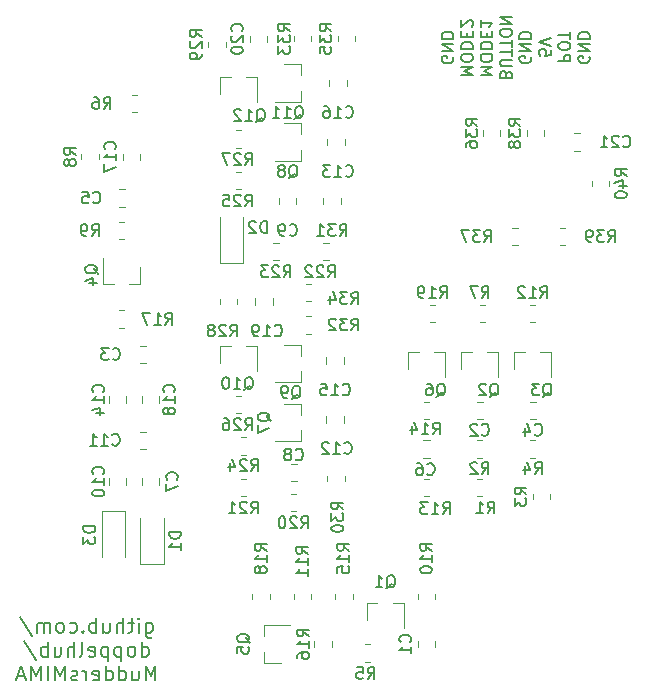
<source format=gbr>
%TF.GenerationSoftware,KiCad,Pcbnew,(5.1.9-0-10_14)*%
%TF.CreationDate,2023-02-10T00:43:38-05:00*%
%TF.ProjectId,LiControl,4c69436f-6e74-4726-9f6c-2e6b69636164,rev?*%
%TF.SameCoordinates,Original*%
%TF.FileFunction,Legend,Bot*%
%TF.FilePolarity,Positive*%
%FSLAX46Y46*%
G04 Gerber Fmt 4.6, Leading zero omitted, Abs format (unit mm)*
G04 Created by KiCad (PCBNEW (5.1.9-0-10_14)) date 2023-02-10 00:43:38*
%MOMM*%
%LPD*%
G01*
G04 APERTURE LIST*
%ADD10C,0.150000*%
%ADD11C,0.120000*%
G04 APERTURE END LIST*
D10*
X98720238Y-108457142D02*
X98720238Y-109469047D01*
X98779761Y-109588095D01*
X98839285Y-109647619D01*
X98958333Y-109707142D01*
X99136904Y-109707142D01*
X99255952Y-109647619D01*
X98720238Y-109230952D02*
X98839285Y-109290476D01*
X99077380Y-109290476D01*
X99196428Y-109230952D01*
X99255952Y-109171428D01*
X99315476Y-109052380D01*
X99315476Y-108695238D01*
X99255952Y-108576190D01*
X99196428Y-108516666D01*
X99077380Y-108457142D01*
X98839285Y-108457142D01*
X98720238Y-108516666D01*
X98125000Y-109290476D02*
X98125000Y-108457142D01*
X98125000Y-108040476D02*
X98184523Y-108100000D01*
X98125000Y-108159523D01*
X98065476Y-108100000D01*
X98125000Y-108040476D01*
X98125000Y-108159523D01*
X97708333Y-108457142D02*
X97232142Y-108457142D01*
X97529761Y-108040476D02*
X97529761Y-109111904D01*
X97470238Y-109230952D01*
X97351190Y-109290476D01*
X97232142Y-109290476D01*
X96815476Y-109290476D02*
X96815476Y-108040476D01*
X96279761Y-109290476D02*
X96279761Y-108635714D01*
X96339285Y-108516666D01*
X96458333Y-108457142D01*
X96636904Y-108457142D01*
X96755952Y-108516666D01*
X96815476Y-108576190D01*
X95148809Y-108457142D02*
X95148809Y-109290476D01*
X95684523Y-108457142D02*
X95684523Y-109111904D01*
X95625000Y-109230952D01*
X95505952Y-109290476D01*
X95327380Y-109290476D01*
X95208333Y-109230952D01*
X95148809Y-109171428D01*
X94553571Y-109290476D02*
X94553571Y-108040476D01*
X94553571Y-108516666D02*
X94434523Y-108457142D01*
X94196428Y-108457142D01*
X94077380Y-108516666D01*
X94017857Y-108576190D01*
X93958333Y-108695238D01*
X93958333Y-109052380D01*
X94017857Y-109171428D01*
X94077380Y-109230952D01*
X94196428Y-109290476D01*
X94434523Y-109290476D01*
X94553571Y-109230952D01*
X93422619Y-109171428D02*
X93363095Y-109230952D01*
X93422619Y-109290476D01*
X93482142Y-109230952D01*
X93422619Y-109171428D01*
X93422619Y-109290476D01*
X92291666Y-109230952D02*
X92410714Y-109290476D01*
X92648809Y-109290476D01*
X92767857Y-109230952D01*
X92827380Y-109171428D01*
X92886904Y-109052380D01*
X92886904Y-108695238D01*
X92827380Y-108576190D01*
X92767857Y-108516666D01*
X92648809Y-108457142D01*
X92410714Y-108457142D01*
X92291666Y-108516666D01*
X91577380Y-109290476D02*
X91696428Y-109230952D01*
X91755952Y-109171428D01*
X91815476Y-109052380D01*
X91815476Y-108695238D01*
X91755952Y-108576190D01*
X91696428Y-108516666D01*
X91577380Y-108457142D01*
X91398809Y-108457142D01*
X91279761Y-108516666D01*
X91220238Y-108576190D01*
X91160714Y-108695238D01*
X91160714Y-109052380D01*
X91220238Y-109171428D01*
X91279761Y-109230952D01*
X91398809Y-109290476D01*
X91577380Y-109290476D01*
X90625000Y-109290476D02*
X90625000Y-108457142D01*
X90625000Y-108576190D02*
X90565476Y-108516666D01*
X90446428Y-108457142D01*
X90267857Y-108457142D01*
X90148809Y-108516666D01*
X90089285Y-108635714D01*
X90089285Y-109290476D01*
X90089285Y-108635714D02*
X90029761Y-108516666D01*
X89910714Y-108457142D01*
X89732142Y-108457142D01*
X89613095Y-108516666D01*
X89553571Y-108635714D01*
X89553571Y-109290476D01*
X88065476Y-107980952D02*
X89136904Y-109588095D01*
X98392857Y-111315476D02*
X98392857Y-110065476D01*
X98392857Y-111255952D02*
X98511904Y-111315476D01*
X98750000Y-111315476D01*
X98869047Y-111255952D01*
X98928571Y-111196428D01*
X98988095Y-111077380D01*
X98988095Y-110720238D01*
X98928571Y-110601190D01*
X98869047Y-110541666D01*
X98750000Y-110482142D01*
X98511904Y-110482142D01*
X98392857Y-110541666D01*
X97619047Y-111315476D02*
X97738095Y-111255952D01*
X97797619Y-111196428D01*
X97857142Y-111077380D01*
X97857142Y-110720238D01*
X97797619Y-110601190D01*
X97738095Y-110541666D01*
X97619047Y-110482142D01*
X97440476Y-110482142D01*
X97321428Y-110541666D01*
X97261904Y-110601190D01*
X97202380Y-110720238D01*
X97202380Y-111077380D01*
X97261904Y-111196428D01*
X97321428Y-111255952D01*
X97440476Y-111315476D01*
X97619047Y-111315476D01*
X96666666Y-110482142D02*
X96666666Y-111732142D01*
X96666666Y-110541666D02*
X96547619Y-110482142D01*
X96309523Y-110482142D01*
X96190476Y-110541666D01*
X96130952Y-110601190D01*
X96071428Y-110720238D01*
X96071428Y-111077380D01*
X96130952Y-111196428D01*
X96190476Y-111255952D01*
X96309523Y-111315476D01*
X96547619Y-111315476D01*
X96666666Y-111255952D01*
X95535714Y-110482142D02*
X95535714Y-111732142D01*
X95535714Y-110541666D02*
X95416666Y-110482142D01*
X95178571Y-110482142D01*
X95059523Y-110541666D01*
X95000000Y-110601190D01*
X94940476Y-110720238D01*
X94940476Y-111077380D01*
X95000000Y-111196428D01*
X95059523Y-111255952D01*
X95178571Y-111315476D01*
X95416666Y-111315476D01*
X95535714Y-111255952D01*
X93928571Y-111255952D02*
X94047619Y-111315476D01*
X94285714Y-111315476D01*
X94404761Y-111255952D01*
X94464285Y-111136904D01*
X94464285Y-110660714D01*
X94404761Y-110541666D01*
X94285714Y-110482142D01*
X94047619Y-110482142D01*
X93928571Y-110541666D01*
X93869047Y-110660714D01*
X93869047Y-110779761D01*
X94464285Y-110898809D01*
X93154761Y-111315476D02*
X93273809Y-111255952D01*
X93333333Y-111136904D01*
X93333333Y-110065476D01*
X92678571Y-111315476D02*
X92678571Y-110065476D01*
X92142857Y-111315476D02*
X92142857Y-110660714D01*
X92202380Y-110541666D01*
X92321428Y-110482142D01*
X92500000Y-110482142D01*
X92619047Y-110541666D01*
X92678571Y-110601190D01*
X91011904Y-110482142D02*
X91011904Y-111315476D01*
X91547619Y-110482142D02*
X91547619Y-111136904D01*
X91488095Y-111255952D01*
X91369047Y-111315476D01*
X91190476Y-111315476D01*
X91071428Y-111255952D01*
X91011904Y-111196428D01*
X90416666Y-111315476D02*
X90416666Y-110065476D01*
X90416666Y-110541666D02*
X90297619Y-110482142D01*
X90059523Y-110482142D01*
X89940476Y-110541666D01*
X89880952Y-110601190D01*
X89821428Y-110720238D01*
X89821428Y-111077380D01*
X89880952Y-111196428D01*
X89940476Y-111255952D01*
X90059523Y-111315476D01*
X90297619Y-111315476D01*
X90416666Y-111255952D01*
X88392857Y-110005952D02*
X89464285Y-111613095D01*
X99553571Y-113340476D02*
X99553571Y-112090476D01*
X99136904Y-112983333D01*
X98720238Y-112090476D01*
X98720238Y-113340476D01*
X97589285Y-112507142D02*
X97589285Y-113340476D01*
X98125000Y-112507142D02*
X98125000Y-113161904D01*
X98065476Y-113280952D01*
X97946428Y-113340476D01*
X97767857Y-113340476D01*
X97648809Y-113280952D01*
X97589285Y-113221428D01*
X96458333Y-113340476D02*
X96458333Y-112090476D01*
X96458333Y-113280952D02*
X96577380Y-113340476D01*
X96815476Y-113340476D01*
X96934523Y-113280952D01*
X96994047Y-113221428D01*
X97053571Y-113102380D01*
X97053571Y-112745238D01*
X96994047Y-112626190D01*
X96934523Y-112566666D01*
X96815476Y-112507142D01*
X96577380Y-112507142D01*
X96458333Y-112566666D01*
X95327380Y-113340476D02*
X95327380Y-112090476D01*
X95327380Y-113280952D02*
X95446428Y-113340476D01*
X95684523Y-113340476D01*
X95803571Y-113280952D01*
X95863095Y-113221428D01*
X95922619Y-113102380D01*
X95922619Y-112745238D01*
X95863095Y-112626190D01*
X95803571Y-112566666D01*
X95684523Y-112507142D01*
X95446428Y-112507142D01*
X95327380Y-112566666D01*
X94255952Y-113280952D02*
X94375000Y-113340476D01*
X94613095Y-113340476D01*
X94732142Y-113280952D01*
X94791666Y-113161904D01*
X94791666Y-112685714D01*
X94732142Y-112566666D01*
X94613095Y-112507142D01*
X94375000Y-112507142D01*
X94255952Y-112566666D01*
X94196428Y-112685714D01*
X94196428Y-112804761D01*
X94791666Y-112923809D01*
X93660714Y-113340476D02*
X93660714Y-112507142D01*
X93660714Y-112745238D02*
X93601190Y-112626190D01*
X93541666Y-112566666D01*
X93422619Y-112507142D01*
X93303571Y-112507142D01*
X92946428Y-113280952D02*
X92827380Y-113340476D01*
X92589285Y-113340476D01*
X92470238Y-113280952D01*
X92410714Y-113161904D01*
X92410714Y-113102380D01*
X92470238Y-112983333D01*
X92589285Y-112923809D01*
X92767857Y-112923809D01*
X92886904Y-112864285D01*
X92946428Y-112745238D01*
X92946428Y-112685714D01*
X92886904Y-112566666D01*
X92767857Y-112507142D01*
X92589285Y-112507142D01*
X92470238Y-112566666D01*
X91875000Y-113340476D02*
X91875000Y-112090476D01*
X91458333Y-112983333D01*
X91041666Y-112090476D01*
X91041666Y-113340476D01*
X90446428Y-113340476D02*
X90446428Y-112090476D01*
X89851190Y-113340476D02*
X89851190Y-112090476D01*
X89434523Y-112983333D01*
X89017857Y-112090476D01*
X89017857Y-113340476D01*
X88482142Y-112983333D02*
X87886904Y-112983333D01*
X88601190Y-113340476D02*
X88184523Y-112090476D01*
X87767857Y-113340476D01*
X136275000Y-60511904D02*
X136322619Y-60607142D01*
X136322619Y-60750000D01*
X136275000Y-60892857D01*
X136179761Y-60988095D01*
X136084523Y-61035714D01*
X135894047Y-61083333D01*
X135751190Y-61083333D01*
X135560714Y-61035714D01*
X135465476Y-60988095D01*
X135370238Y-60892857D01*
X135322619Y-60750000D01*
X135322619Y-60654761D01*
X135370238Y-60511904D01*
X135417857Y-60464285D01*
X135751190Y-60464285D01*
X135751190Y-60654761D01*
X135322619Y-60035714D02*
X136322619Y-60035714D01*
X135322619Y-59464285D01*
X136322619Y-59464285D01*
X135322619Y-58988095D02*
X136322619Y-58988095D01*
X136322619Y-58750000D01*
X136275000Y-58607142D01*
X136179761Y-58511904D01*
X136084523Y-58464285D01*
X135894047Y-58416666D01*
X135751190Y-58416666D01*
X135560714Y-58464285D01*
X135465476Y-58511904D01*
X135370238Y-58607142D01*
X135322619Y-58750000D01*
X135322619Y-58988095D01*
X133672619Y-60916666D02*
X134672619Y-60916666D01*
X134672619Y-60535714D01*
X134625000Y-60440476D01*
X134577380Y-60392857D01*
X134482142Y-60345238D01*
X134339285Y-60345238D01*
X134244047Y-60392857D01*
X134196428Y-60440476D01*
X134148809Y-60535714D01*
X134148809Y-60916666D01*
X134672619Y-59726190D02*
X134672619Y-59535714D01*
X134625000Y-59440476D01*
X134529761Y-59345238D01*
X134339285Y-59297619D01*
X134005952Y-59297619D01*
X133815476Y-59345238D01*
X133720238Y-59440476D01*
X133672619Y-59535714D01*
X133672619Y-59726190D01*
X133720238Y-59821428D01*
X133815476Y-59916666D01*
X134005952Y-59964285D01*
X134339285Y-59964285D01*
X134529761Y-59916666D01*
X134625000Y-59821428D01*
X134672619Y-59726190D01*
X134672619Y-59011904D02*
X134672619Y-58440476D01*
X133672619Y-58726190D02*
X134672619Y-58726190D01*
X133022619Y-59940476D02*
X133022619Y-60416666D01*
X132546428Y-60464285D01*
X132594047Y-60416666D01*
X132641666Y-60321428D01*
X132641666Y-60083333D01*
X132594047Y-59988095D01*
X132546428Y-59940476D01*
X132451190Y-59892857D01*
X132213095Y-59892857D01*
X132117857Y-59940476D01*
X132070238Y-59988095D01*
X132022619Y-60083333D01*
X132022619Y-60321428D01*
X132070238Y-60416666D01*
X132117857Y-60464285D01*
X133022619Y-59607142D02*
X132022619Y-59273809D01*
X133022619Y-58940476D01*
X131325000Y-60511904D02*
X131372619Y-60607142D01*
X131372619Y-60750000D01*
X131325000Y-60892857D01*
X131229761Y-60988095D01*
X131134523Y-61035714D01*
X130944047Y-61083333D01*
X130801190Y-61083333D01*
X130610714Y-61035714D01*
X130515476Y-60988095D01*
X130420238Y-60892857D01*
X130372619Y-60750000D01*
X130372619Y-60654761D01*
X130420238Y-60511904D01*
X130467857Y-60464285D01*
X130801190Y-60464285D01*
X130801190Y-60654761D01*
X130372619Y-60035714D02*
X131372619Y-60035714D01*
X130372619Y-59464285D01*
X131372619Y-59464285D01*
X130372619Y-58988095D02*
X131372619Y-58988095D01*
X131372619Y-58750000D01*
X131325000Y-58607142D01*
X131229761Y-58511904D01*
X131134523Y-58464285D01*
X130944047Y-58416666D01*
X130801190Y-58416666D01*
X130610714Y-58464285D01*
X130515476Y-58511904D01*
X130420238Y-58607142D01*
X130372619Y-58750000D01*
X130372619Y-58988095D01*
X129246428Y-62011904D02*
X129198809Y-61869047D01*
X129151190Y-61821428D01*
X129055952Y-61773809D01*
X128913095Y-61773809D01*
X128817857Y-61821428D01*
X128770238Y-61869047D01*
X128722619Y-61964285D01*
X128722619Y-62345238D01*
X129722619Y-62345238D01*
X129722619Y-62011904D01*
X129675000Y-61916666D01*
X129627380Y-61869047D01*
X129532142Y-61821428D01*
X129436904Y-61821428D01*
X129341666Y-61869047D01*
X129294047Y-61916666D01*
X129246428Y-62011904D01*
X129246428Y-62345238D01*
X129722619Y-61345238D02*
X128913095Y-61345238D01*
X128817857Y-61297619D01*
X128770238Y-61250000D01*
X128722619Y-61154761D01*
X128722619Y-60964285D01*
X128770238Y-60869047D01*
X128817857Y-60821428D01*
X128913095Y-60773809D01*
X129722619Y-60773809D01*
X129722619Y-60440476D02*
X129722619Y-59869047D01*
X128722619Y-60154761D02*
X129722619Y-60154761D01*
X129722619Y-59678571D02*
X129722619Y-59107142D01*
X128722619Y-59392857D02*
X129722619Y-59392857D01*
X129722619Y-58583333D02*
X129722619Y-58392857D01*
X129675000Y-58297619D01*
X129579761Y-58202380D01*
X129389285Y-58154761D01*
X129055952Y-58154761D01*
X128865476Y-58202380D01*
X128770238Y-58297619D01*
X128722619Y-58392857D01*
X128722619Y-58583333D01*
X128770238Y-58678571D01*
X128865476Y-58773809D01*
X129055952Y-58821428D01*
X129389285Y-58821428D01*
X129579761Y-58773809D01*
X129675000Y-58678571D01*
X129722619Y-58583333D01*
X128722619Y-57726190D02*
X129722619Y-57726190D01*
X128722619Y-57154761D01*
X129722619Y-57154761D01*
X127072619Y-62035714D02*
X128072619Y-62035714D01*
X127358333Y-61702380D01*
X128072619Y-61369047D01*
X127072619Y-61369047D01*
X128072619Y-60702380D02*
X128072619Y-60511904D01*
X128025000Y-60416666D01*
X127929761Y-60321428D01*
X127739285Y-60273809D01*
X127405952Y-60273809D01*
X127215476Y-60321428D01*
X127120238Y-60416666D01*
X127072619Y-60511904D01*
X127072619Y-60702380D01*
X127120238Y-60797619D01*
X127215476Y-60892857D01*
X127405952Y-60940476D01*
X127739285Y-60940476D01*
X127929761Y-60892857D01*
X128025000Y-60797619D01*
X128072619Y-60702380D01*
X127072619Y-59845238D02*
X128072619Y-59845238D01*
X128072619Y-59607142D01*
X128025000Y-59464285D01*
X127929761Y-59369047D01*
X127834523Y-59321428D01*
X127644047Y-59273809D01*
X127501190Y-59273809D01*
X127310714Y-59321428D01*
X127215476Y-59369047D01*
X127120238Y-59464285D01*
X127072619Y-59607142D01*
X127072619Y-59845238D01*
X127596428Y-58845238D02*
X127596428Y-58511904D01*
X127072619Y-58369047D02*
X127072619Y-58845238D01*
X128072619Y-58845238D01*
X128072619Y-58369047D01*
X127072619Y-57416666D02*
X127072619Y-57988095D01*
X127072619Y-57702380D02*
X128072619Y-57702380D01*
X127929761Y-57797619D01*
X127834523Y-57892857D01*
X127786904Y-57988095D01*
X125422619Y-62035714D02*
X126422619Y-62035714D01*
X125708333Y-61702380D01*
X126422619Y-61369047D01*
X125422619Y-61369047D01*
X126422619Y-60702380D02*
X126422619Y-60511904D01*
X126375000Y-60416666D01*
X126279761Y-60321428D01*
X126089285Y-60273809D01*
X125755952Y-60273809D01*
X125565476Y-60321428D01*
X125470238Y-60416666D01*
X125422619Y-60511904D01*
X125422619Y-60702380D01*
X125470238Y-60797619D01*
X125565476Y-60892857D01*
X125755952Y-60940476D01*
X126089285Y-60940476D01*
X126279761Y-60892857D01*
X126375000Y-60797619D01*
X126422619Y-60702380D01*
X125422619Y-59845238D02*
X126422619Y-59845238D01*
X126422619Y-59607142D01*
X126375000Y-59464285D01*
X126279761Y-59369047D01*
X126184523Y-59321428D01*
X125994047Y-59273809D01*
X125851190Y-59273809D01*
X125660714Y-59321428D01*
X125565476Y-59369047D01*
X125470238Y-59464285D01*
X125422619Y-59607142D01*
X125422619Y-59845238D01*
X125946428Y-58845238D02*
X125946428Y-58511904D01*
X125422619Y-58369047D02*
X125422619Y-58845238D01*
X126422619Y-58845238D01*
X126422619Y-58369047D01*
X126327380Y-57988095D02*
X126375000Y-57940476D01*
X126422619Y-57845238D01*
X126422619Y-57607142D01*
X126375000Y-57511904D01*
X126327380Y-57464285D01*
X126232142Y-57416666D01*
X126136904Y-57416666D01*
X125994047Y-57464285D01*
X125422619Y-58035714D01*
X125422619Y-57416666D01*
X124725000Y-60511904D02*
X124772619Y-60607142D01*
X124772619Y-60750000D01*
X124725000Y-60892857D01*
X124629761Y-60988095D01*
X124534523Y-61035714D01*
X124344047Y-61083333D01*
X124201190Y-61083333D01*
X124010714Y-61035714D01*
X123915476Y-60988095D01*
X123820238Y-60892857D01*
X123772619Y-60750000D01*
X123772619Y-60654761D01*
X123820238Y-60511904D01*
X123867857Y-60464285D01*
X124201190Y-60464285D01*
X124201190Y-60654761D01*
X123772619Y-60035714D02*
X124772619Y-60035714D01*
X123772619Y-59464285D01*
X124772619Y-59464285D01*
X123772619Y-58988095D02*
X124772619Y-58988095D01*
X124772619Y-58750000D01*
X124725000Y-58607142D01*
X124629761Y-58511904D01*
X124534523Y-58464285D01*
X124344047Y-58416666D01*
X124201190Y-58416666D01*
X124010714Y-58464285D01*
X123915476Y-58511904D01*
X123820238Y-58607142D01*
X123772619Y-58750000D01*
X123772619Y-58988095D01*
D11*
%TO.C,R17*%
X96422936Y-83485000D02*
X96877064Y-83485000D01*
X96422936Y-82015000D02*
X96877064Y-82015000D01*
%TO.C,C9*%
X111485000Y-73011252D02*
X111485000Y-72488748D01*
X110015000Y-73011252D02*
X110015000Y-72488748D01*
%TO.C,C12*%
X115485000Y-90988748D02*
X115485000Y-91511252D01*
X114015000Y-90988748D02*
X114015000Y-91511252D01*
%TO.C,C13*%
X114115000Y-67488748D02*
X114115000Y-68011252D01*
X115585000Y-67488748D02*
X115585000Y-68011252D01*
%TO.C,C15*%
X115485000Y-86511252D02*
X115485000Y-85988748D01*
X114015000Y-86511252D02*
X114015000Y-85988748D01*
%TO.C,C16*%
X114265000Y-63011252D02*
X114265000Y-62488748D01*
X115735000Y-63011252D02*
X115735000Y-62488748D01*
%TO.C,C19*%
X109485000Y-81511252D02*
X109485000Y-80988748D01*
X108015000Y-81511252D02*
X108015000Y-80988748D01*
%TO.C,C20*%
X107515000Y-59261252D02*
X107515000Y-58738748D01*
X108985000Y-59261252D02*
X108985000Y-58738748D01*
%TO.C,D2*%
X107000000Y-78000000D02*
X105000000Y-78000000D01*
X105000000Y-78000000D02*
X105000000Y-74100000D01*
X107000000Y-78000000D02*
X107000000Y-74100000D01*
%TO.C,Q7*%
X111860000Y-89920000D02*
X110400000Y-89920000D01*
X111860000Y-93080000D02*
X109700000Y-93080000D01*
X111860000Y-93080000D02*
X111860000Y-92150000D01*
X111860000Y-89920000D02*
X111860000Y-90850000D01*
%TO.C,Q8*%
X111860000Y-66170000D02*
X110400000Y-66170000D01*
X111860000Y-69330000D02*
X109700000Y-69330000D01*
X111860000Y-69330000D02*
X111860000Y-68400000D01*
X111860000Y-66170000D02*
X111860000Y-67100000D01*
%TO.C,Q9*%
X111860000Y-84920000D02*
X110400000Y-84920000D01*
X111860000Y-88080000D02*
X109700000Y-88080000D01*
X111860000Y-88080000D02*
X111860000Y-87150000D01*
X111860000Y-84920000D02*
X111860000Y-85850000D01*
%TO.C,Q10*%
X105020000Y-84990000D02*
X105950000Y-84990000D01*
X108180000Y-84990000D02*
X107250000Y-84990000D01*
X108180000Y-84990000D02*
X108180000Y-87150000D01*
X105020000Y-84990000D02*
X105020000Y-86450000D01*
%TO.C,Q11*%
X111860000Y-61170000D02*
X110400000Y-61170000D01*
X111860000Y-64330000D02*
X109700000Y-64330000D01*
X111860000Y-64330000D02*
X111860000Y-63400000D01*
X111860000Y-61170000D02*
X111860000Y-62100000D01*
%TO.C,Q12*%
X105020000Y-62240000D02*
X105020000Y-63700000D01*
X108180000Y-62240000D02*
X108180000Y-64400000D01*
X108180000Y-62240000D02*
X107250000Y-62240000D01*
X105020000Y-62240000D02*
X105950000Y-62240000D01*
%TO.C,R22*%
X114227064Y-76265000D02*
X113772936Y-76265000D01*
X114227064Y-77735000D02*
X113772936Y-77735000D01*
%TO.C,R23*%
X109977064Y-77735000D02*
X109522936Y-77735000D01*
X109977064Y-76265000D02*
X109522936Y-76265000D01*
%TO.C,R25*%
X106372936Y-70265000D02*
X106827064Y-70265000D01*
X106372936Y-71735000D02*
X106827064Y-71735000D01*
%TO.C,R26*%
X106827064Y-89265000D02*
X106372936Y-89265000D01*
X106827064Y-90735000D02*
X106372936Y-90735000D01*
%TO.C,R27*%
X106827064Y-66765000D02*
X106372936Y-66765000D01*
X106827064Y-68235000D02*
X106372936Y-68235000D01*
%TO.C,R28*%
X106485000Y-81022936D02*
X106485000Y-81477064D01*
X105015000Y-81022936D02*
X105015000Y-81477064D01*
%TO.C,R29*%
X105485000Y-59727064D02*
X105485000Y-59272936D01*
X104015000Y-59727064D02*
X104015000Y-59272936D01*
%TO.C,R31*%
X115235000Y-72977064D02*
X115235000Y-72522936D01*
X113765000Y-72977064D02*
X113765000Y-72522936D01*
%TO.C,R32*%
X112272936Y-82515000D02*
X112727064Y-82515000D01*
X112272936Y-83985000D02*
X112727064Y-83985000D01*
%TO.C,R33*%
X111265000Y-59227064D02*
X111265000Y-58772936D01*
X112735000Y-59227064D02*
X112735000Y-58772936D01*
%TO.C,R34*%
X112727064Y-79765000D02*
X112272936Y-79765000D01*
X112727064Y-81235000D02*
X112272936Y-81235000D01*
%TO.C,R35*%
X116485000Y-59227064D02*
X116485000Y-58772936D01*
X115015000Y-59227064D02*
X115015000Y-58772936D01*
%TO.C,C1*%
X123235000Y-110511252D02*
X123235000Y-109988748D01*
X121765000Y-110511252D02*
X121765000Y-109988748D01*
%TO.C,C2*%
X126738748Y-91235000D02*
X127261252Y-91235000D01*
X126738748Y-89765000D02*
X127261252Y-89765000D01*
%TO.C,C3*%
X98238748Y-86485000D02*
X98761252Y-86485000D01*
X98238748Y-85015000D02*
X98761252Y-85015000D01*
%TO.C,C4*%
X131238748Y-91235000D02*
X131761252Y-91235000D01*
X131238748Y-89765000D02*
X131761252Y-89765000D01*
%TO.C,C5*%
X97011252Y-73235000D02*
X96488748Y-73235000D01*
X97011252Y-71765000D02*
X96488748Y-71765000D01*
%TO.C,C6*%
X122238748Y-93015000D02*
X122761252Y-93015000D01*
X122238748Y-94485000D02*
X122761252Y-94485000D01*
%TO.C,C7*%
X99885000Y-96761252D02*
X99885000Y-96238748D01*
X98415000Y-96761252D02*
X98415000Y-96238748D01*
%TO.C,C8*%
X110988748Y-95015000D02*
X111511252Y-95015000D01*
X110988748Y-96485000D02*
X111511252Y-96485000D01*
%TO.C,C10*%
X95615000Y-96761252D02*
X95615000Y-96238748D01*
X97085000Y-96761252D02*
X97085000Y-96238748D01*
%TO.C,C11*%
X98761252Y-92265000D02*
X98238748Y-92265000D01*
X98761252Y-93735000D02*
X98238748Y-93735000D01*
%TO.C,C14*%
X97085000Y-89288748D02*
X97085000Y-89811252D01*
X95615000Y-89288748D02*
X95615000Y-89811252D01*
%TO.C,C17*%
X98235000Y-68738748D02*
X98235000Y-69261252D01*
X96765000Y-68738748D02*
X96765000Y-69261252D01*
%TO.C,C18*%
X99885000Y-89288748D02*
X99885000Y-89811252D01*
X98415000Y-89288748D02*
X98415000Y-89811252D01*
%TO.C,C21*%
X135511252Y-67015000D02*
X134988748Y-67015000D01*
X135511252Y-68485000D02*
X134988748Y-68485000D01*
%TO.C,D1*%
X100250000Y-103500000D02*
X98250000Y-103500000D01*
X98250000Y-103500000D02*
X98250000Y-99600000D01*
X100250000Y-103500000D02*
X100250000Y-99600000D01*
%TO.C,D3*%
X95000000Y-99000000D02*
X95000000Y-102900000D01*
X97000000Y-99000000D02*
X97000000Y-102900000D01*
X95000000Y-99000000D02*
X97000000Y-99000000D01*
%TO.C,Q1*%
X117420000Y-106740000D02*
X118350000Y-106740000D01*
X120580000Y-106740000D02*
X119650000Y-106740000D01*
X120580000Y-106740000D02*
X120580000Y-108900000D01*
X117420000Y-106740000D02*
X117420000Y-108200000D01*
%TO.C,Q2*%
X125420000Y-85490000D02*
X126350000Y-85490000D01*
X128580000Y-85490000D02*
X127650000Y-85490000D01*
X128580000Y-85490000D02*
X128580000Y-87650000D01*
X125420000Y-85490000D02*
X125420000Y-86950000D01*
%TO.C,Q3*%
X129920000Y-85490000D02*
X130850000Y-85490000D01*
X133080000Y-85490000D02*
X132150000Y-85490000D01*
X133080000Y-85490000D02*
X133080000Y-87650000D01*
X129920000Y-85490000D02*
X129920000Y-86950000D01*
%TO.C,Q4*%
X98230000Y-79760000D02*
X97300000Y-79760000D01*
X95070000Y-79760000D02*
X96000000Y-79760000D01*
X95070000Y-79760000D02*
X95070000Y-77600000D01*
X98230000Y-79760000D02*
X98230000Y-78300000D01*
%TO.C,Q5*%
X108740000Y-111830000D02*
X110200000Y-111830000D01*
X108740000Y-108670000D02*
X110900000Y-108670000D01*
X108740000Y-108670000D02*
X108740000Y-109600000D01*
X108740000Y-111830000D02*
X108740000Y-110900000D01*
%TO.C,Q6*%
X120920000Y-85490000D02*
X121850000Y-85490000D01*
X124080000Y-85490000D02*
X123150000Y-85490000D01*
X124080000Y-85490000D02*
X124080000Y-87650000D01*
X120920000Y-85490000D02*
X120920000Y-86950000D01*
%TO.C,R1*%
X126772936Y-96265000D02*
X127227064Y-96265000D01*
X126772936Y-97735000D02*
X127227064Y-97735000D01*
%TO.C,R2*%
X127227064Y-93015000D02*
X126772936Y-93015000D01*
X127227064Y-94485000D02*
X126772936Y-94485000D01*
%TO.C,R3*%
X131515000Y-97977064D02*
X131515000Y-97522936D01*
X132985000Y-97977064D02*
X132985000Y-97522936D01*
%TO.C,R4*%
X131727064Y-93015000D02*
X131272936Y-93015000D01*
X131727064Y-94485000D02*
X131272936Y-94485000D01*
%TO.C,R5*%
X117727064Y-111735000D02*
X117272936Y-111735000D01*
X117727064Y-110265000D02*
X117272936Y-110265000D01*
%TO.C,R6*%
X97977064Y-65235000D02*
X97522936Y-65235000D01*
X97977064Y-63765000D02*
X97522936Y-63765000D01*
%TO.C,R7*%
X127477064Y-81515000D02*
X127022936Y-81515000D01*
X127477064Y-82985000D02*
X127022936Y-82985000D01*
%TO.C,R8*%
X94735000Y-68772936D02*
X94735000Y-69227064D01*
X93265000Y-68772936D02*
X93265000Y-69227064D01*
%TO.C,R9*%
X96422936Y-74515000D02*
X96877064Y-74515000D01*
X96422936Y-75985000D02*
X96877064Y-75985000D01*
%TO.C,R10*%
X121765000Y-106477064D02*
X121765000Y-106022936D01*
X123235000Y-106477064D02*
X123235000Y-106022936D01*
%TO.C,R11*%
X111265000Y-106022936D02*
X111265000Y-106477064D01*
X112735000Y-106022936D02*
X112735000Y-106477064D01*
%TO.C,R12*%
X131727064Y-82985000D02*
X131272936Y-82985000D01*
X131727064Y-81515000D02*
X131272936Y-81515000D01*
%TO.C,R13*%
X122272936Y-97735000D02*
X122727064Y-97735000D01*
X122272936Y-96265000D02*
X122727064Y-96265000D01*
%TO.C,R14*%
X122727064Y-91235000D02*
X122272936Y-91235000D01*
X122727064Y-89765000D02*
X122272936Y-89765000D01*
%TO.C,R15*%
X114765000Y-106477064D02*
X114765000Y-106022936D01*
X116235000Y-106477064D02*
X116235000Y-106022936D01*
%TO.C,R16*%
X113015000Y-110022936D02*
X113015000Y-110477064D01*
X114485000Y-110022936D02*
X114485000Y-110477064D01*
%TO.C,R18*%
X107765000Y-106022936D02*
X107765000Y-106477064D01*
X109235000Y-106022936D02*
X109235000Y-106477064D01*
%TO.C,R19*%
X123227064Y-81515000D02*
X122772936Y-81515000D01*
X123227064Y-82985000D02*
X122772936Y-82985000D01*
%TO.C,R20*%
X111477064Y-97515000D02*
X111022936Y-97515000D01*
X111477064Y-98985000D02*
X111022936Y-98985000D01*
%TO.C,R21*%
X107227064Y-97735000D02*
X106772936Y-97735000D01*
X107227064Y-96265000D02*
X106772936Y-96265000D01*
%TO.C,R24*%
X106772936Y-92765000D02*
X107227064Y-92765000D01*
X106772936Y-94235000D02*
X107227064Y-94235000D01*
%TO.C,R30*%
X115585000Y-96477064D02*
X115585000Y-96022936D01*
X114115000Y-96477064D02*
X114115000Y-96022936D01*
%TO.C,R36*%
X127265000Y-66772936D02*
X127265000Y-67227064D01*
X128735000Y-66772936D02*
X128735000Y-67227064D01*
%TO.C,R37*%
X130227064Y-76485000D02*
X129772936Y-76485000D01*
X130227064Y-75015000D02*
X129772936Y-75015000D01*
%TO.C,R38*%
X131015000Y-67227064D02*
X131015000Y-66772936D01*
X132485000Y-67227064D02*
X132485000Y-66772936D01*
%TO.C,R39*%
X133772936Y-75015000D02*
X134227064Y-75015000D01*
X133772936Y-76485000D02*
X134227064Y-76485000D01*
%TO.C,R40*%
X137985000Y-71477064D02*
X137985000Y-71022936D01*
X136515000Y-71477064D02*
X136515000Y-71022936D01*
%TO.C,R17*%
D10*
X100392857Y-83202380D02*
X100726190Y-82726190D01*
X100964285Y-83202380D02*
X100964285Y-82202380D01*
X100583333Y-82202380D01*
X100488095Y-82250000D01*
X100440476Y-82297619D01*
X100392857Y-82392857D01*
X100392857Y-82535714D01*
X100440476Y-82630952D01*
X100488095Y-82678571D01*
X100583333Y-82726190D01*
X100964285Y-82726190D01*
X99440476Y-83202380D02*
X100011904Y-83202380D01*
X99726190Y-83202380D02*
X99726190Y-82202380D01*
X99821428Y-82345238D01*
X99916666Y-82440476D01*
X100011904Y-82488095D01*
X99107142Y-82202380D02*
X98440476Y-82202380D01*
X98869047Y-83202380D01*
%TO.C,C9*%
X110916666Y-75607142D02*
X110964285Y-75654761D01*
X111107142Y-75702380D01*
X111202380Y-75702380D01*
X111345238Y-75654761D01*
X111440476Y-75559523D01*
X111488095Y-75464285D01*
X111535714Y-75273809D01*
X111535714Y-75130952D01*
X111488095Y-74940476D01*
X111440476Y-74845238D01*
X111345238Y-74750000D01*
X111202380Y-74702380D01*
X111107142Y-74702380D01*
X110964285Y-74750000D01*
X110916666Y-74797619D01*
X110440476Y-75702380D02*
X110250000Y-75702380D01*
X110154761Y-75654761D01*
X110107142Y-75607142D01*
X110011904Y-75464285D01*
X109964285Y-75273809D01*
X109964285Y-74892857D01*
X110011904Y-74797619D01*
X110059523Y-74750000D01*
X110154761Y-74702380D01*
X110345238Y-74702380D01*
X110440476Y-74750000D01*
X110488095Y-74797619D01*
X110535714Y-74892857D01*
X110535714Y-75130952D01*
X110488095Y-75226190D01*
X110440476Y-75273809D01*
X110345238Y-75321428D01*
X110154761Y-75321428D01*
X110059523Y-75273809D01*
X110011904Y-75226190D01*
X109964285Y-75130952D01*
%TO.C,C12*%
X115542857Y-94057142D02*
X115590476Y-94104761D01*
X115733333Y-94152380D01*
X115828571Y-94152380D01*
X115971428Y-94104761D01*
X116066666Y-94009523D01*
X116114285Y-93914285D01*
X116161904Y-93723809D01*
X116161904Y-93580952D01*
X116114285Y-93390476D01*
X116066666Y-93295238D01*
X115971428Y-93200000D01*
X115828571Y-93152380D01*
X115733333Y-93152380D01*
X115590476Y-93200000D01*
X115542857Y-93247619D01*
X114590476Y-94152380D02*
X115161904Y-94152380D01*
X114876190Y-94152380D02*
X114876190Y-93152380D01*
X114971428Y-93295238D01*
X115066666Y-93390476D01*
X115161904Y-93438095D01*
X114209523Y-93247619D02*
X114161904Y-93200000D01*
X114066666Y-93152380D01*
X113828571Y-93152380D01*
X113733333Y-93200000D01*
X113685714Y-93247619D01*
X113638095Y-93342857D01*
X113638095Y-93438095D01*
X113685714Y-93580952D01*
X114257142Y-94152380D01*
X113638095Y-94152380D01*
%TO.C,C13*%
X115642857Y-70607142D02*
X115690476Y-70654761D01*
X115833333Y-70702380D01*
X115928571Y-70702380D01*
X116071428Y-70654761D01*
X116166666Y-70559523D01*
X116214285Y-70464285D01*
X116261904Y-70273809D01*
X116261904Y-70130952D01*
X116214285Y-69940476D01*
X116166666Y-69845238D01*
X116071428Y-69750000D01*
X115928571Y-69702380D01*
X115833333Y-69702380D01*
X115690476Y-69750000D01*
X115642857Y-69797619D01*
X114690476Y-70702380D02*
X115261904Y-70702380D01*
X114976190Y-70702380D02*
X114976190Y-69702380D01*
X115071428Y-69845238D01*
X115166666Y-69940476D01*
X115261904Y-69988095D01*
X114357142Y-69702380D02*
X113738095Y-69702380D01*
X114071428Y-70083333D01*
X113928571Y-70083333D01*
X113833333Y-70130952D01*
X113785714Y-70178571D01*
X113738095Y-70273809D01*
X113738095Y-70511904D01*
X113785714Y-70607142D01*
X113833333Y-70654761D01*
X113928571Y-70702380D01*
X114214285Y-70702380D01*
X114309523Y-70654761D01*
X114357142Y-70607142D01*
%TO.C,C15*%
X115392857Y-89107142D02*
X115440476Y-89154761D01*
X115583333Y-89202380D01*
X115678571Y-89202380D01*
X115821428Y-89154761D01*
X115916666Y-89059523D01*
X115964285Y-88964285D01*
X116011904Y-88773809D01*
X116011904Y-88630952D01*
X115964285Y-88440476D01*
X115916666Y-88345238D01*
X115821428Y-88250000D01*
X115678571Y-88202380D01*
X115583333Y-88202380D01*
X115440476Y-88250000D01*
X115392857Y-88297619D01*
X114440476Y-89202380D02*
X115011904Y-89202380D01*
X114726190Y-89202380D02*
X114726190Y-88202380D01*
X114821428Y-88345238D01*
X114916666Y-88440476D01*
X115011904Y-88488095D01*
X113535714Y-88202380D02*
X114011904Y-88202380D01*
X114059523Y-88678571D01*
X114011904Y-88630952D01*
X113916666Y-88583333D01*
X113678571Y-88583333D01*
X113583333Y-88630952D01*
X113535714Y-88678571D01*
X113488095Y-88773809D01*
X113488095Y-89011904D01*
X113535714Y-89107142D01*
X113583333Y-89154761D01*
X113678571Y-89202380D01*
X113916666Y-89202380D01*
X114011904Y-89154761D01*
X114059523Y-89107142D01*
%TO.C,C16*%
X115642857Y-65607142D02*
X115690476Y-65654761D01*
X115833333Y-65702380D01*
X115928571Y-65702380D01*
X116071428Y-65654761D01*
X116166666Y-65559523D01*
X116214285Y-65464285D01*
X116261904Y-65273809D01*
X116261904Y-65130952D01*
X116214285Y-64940476D01*
X116166666Y-64845238D01*
X116071428Y-64750000D01*
X115928571Y-64702380D01*
X115833333Y-64702380D01*
X115690476Y-64750000D01*
X115642857Y-64797619D01*
X114690476Y-65702380D02*
X115261904Y-65702380D01*
X114976190Y-65702380D02*
X114976190Y-64702380D01*
X115071428Y-64845238D01*
X115166666Y-64940476D01*
X115261904Y-64988095D01*
X113833333Y-64702380D02*
X114023809Y-64702380D01*
X114119047Y-64750000D01*
X114166666Y-64797619D01*
X114261904Y-64940476D01*
X114309523Y-65130952D01*
X114309523Y-65511904D01*
X114261904Y-65607142D01*
X114214285Y-65654761D01*
X114119047Y-65702380D01*
X113928571Y-65702380D01*
X113833333Y-65654761D01*
X113785714Y-65607142D01*
X113738095Y-65511904D01*
X113738095Y-65273809D01*
X113785714Y-65178571D01*
X113833333Y-65130952D01*
X113928571Y-65083333D01*
X114119047Y-65083333D01*
X114214285Y-65130952D01*
X114261904Y-65178571D01*
X114309523Y-65273809D01*
%TO.C,C19*%
X109642857Y-84107142D02*
X109690476Y-84154761D01*
X109833333Y-84202380D01*
X109928571Y-84202380D01*
X110071428Y-84154761D01*
X110166666Y-84059523D01*
X110214285Y-83964285D01*
X110261904Y-83773809D01*
X110261904Y-83630952D01*
X110214285Y-83440476D01*
X110166666Y-83345238D01*
X110071428Y-83250000D01*
X109928571Y-83202380D01*
X109833333Y-83202380D01*
X109690476Y-83250000D01*
X109642857Y-83297619D01*
X108690476Y-84202380D02*
X109261904Y-84202380D01*
X108976190Y-84202380D02*
X108976190Y-83202380D01*
X109071428Y-83345238D01*
X109166666Y-83440476D01*
X109261904Y-83488095D01*
X108214285Y-84202380D02*
X108023809Y-84202380D01*
X107928571Y-84154761D01*
X107880952Y-84107142D01*
X107785714Y-83964285D01*
X107738095Y-83773809D01*
X107738095Y-83392857D01*
X107785714Y-83297619D01*
X107833333Y-83250000D01*
X107928571Y-83202380D01*
X108119047Y-83202380D01*
X108214285Y-83250000D01*
X108261904Y-83297619D01*
X108309523Y-83392857D01*
X108309523Y-83630952D01*
X108261904Y-83726190D01*
X108214285Y-83773809D01*
X108119047Y-83821428D01*
X107928571Y-83821428D01*
X107833333Y-83773809D01*
X107785714Y-83726190D01*
X107738095Y-83630952D01*
%TO.C,C20*%
X106857142Y-58357142D02*
X106904761Y-58309523D01*
X106952380Y-58166666D01*
X106952380Y-58071428D01*
X106904761Y-57928571D01*
X106809523Y-57833333D01*
X106714285Y-57785714D01*
X106523809Y-57738095D01*
X106380952Y-57738095D01*
X106190476Y-57785714D01*
X106095238Y-57833333D01*
X106000000Y-57928571D01*
X105952380Y-58071428D01*
X105952380Y-58166666D01*
X106000000Y-58309523D01*
X106047619Y-58357142D01*
X106047619Y-58738095D02*
X106000000Y-58785714D01*
X105952380Y-58880952D01*
X105952380Y-59119047D01*
X106000000Y-59214285D01*
X106047619Y-59261904D01*
X106142857Y-59309523D01*
X106238095Y-59309523D01*
X106380952Y-59261904D01*
X106952380Y-58690476D01*
X106952380Y-59309523D01*
X105952380Y-59928571D02*
X105952380Y-60023809D01*
X106000000Y-60119047D01*
X106047619Y-60166666D01*
X106142857Y-60214285D01*
X106333333Y-60261904D01*
X106571428Y-60261904D01*
X106761904Y-60214285D01*
X106857142Y-60166666D01*
X106904761Y-60119047D01*
X106952380Y-60023809D01*
X106952380Y-59928571D01*
X106904761Y-59833333D01*
X106857142Y-59785714D01*
X106761904Y-59738095D01*
X106571428Y-59690476D01*
X106333333Y-59690476D01*
X106142857Y-59738095D01*
X106047619Y-59785714D01*
X106000000Y-59833333D01*
X105952380Y-59928571D01*
%TO.C,D2*%
X108988095Y-75452380D02*
X108988095Y-74452380D01*
X108750000Y-74452380D01*
X108607142Y-74500000D01*
X108511904Y-74595238D01*
X108464285Y-74690476D01*
X108416666Y-74880952D01*
X108416666Y-75023809D01*
X108464285Y-75214285D01*
X108511904Y-75309523D01*
X108607142Y-75404761D01*
X108750000Y-75452380D01*
X108988095Y-75452380D01*
X108035714Y-74547619D02*
X107988095Y-74500000D01*
X107892857Y-74452380D01*
X107654761Y-74452380D01*
X107559523Y-74500000D01*
X107511904Y-74547619D01*
X107464285Y-74642857D01*
X107464285Y-74738095D01*
X107511904Y-74880952D01*
X108083333Y-75452380D01*
X107464285Y-75452380D01*
%TO.C,Q7*%
X109297619Y-91404761D02*
X109250000Y-91309523D01*
X109154761Y-91214285D01*
X109011904Y-91071428D01*
X108964285Y-90976190D01*
X108964285Y-90880952D01*
X109202380Y-90928571D02*
X109154761Y-90833333D01*
X109059523Y-90738095D01*
X108869047Y-90690476D01*
X108535714Y-90690476D01*
X108345238Y-90738095D01*
X108250000Y-90833333D01*
X108202380Y-90928571D01*
X108202380Y-91119047D01*
X108250000Y-91214285D01*
X108345238Y-91309523D01*
X108535714Y-91357142D01*
X108869047Y-91357142D01*
X109059523Y-91309523D01*
X109154761Y-91214285D01*
X109202380Y-91119047D01*
X109202380Y-90928571D01*
X108202380Y-91690476D02*
X108202380Y-92357142D01*
X109202380Y-91928571D01*
%TO.C,Q8*%
X110845238Y-70797619D02*
X110940476Y-70750000D01*
X111035714Y-70654761D01*
X111178571Y-70511904D01*
X111273809Y-70464285D01*
X111369047Y-70464285D01*
X111321428Y-70702380D02*
X111416666Y-70654761D01*
X111511904Y-70559523D01*
X111559523Y-70369047D01*
X111559523Y-70035714D01*
X111511904Y-69845238D01*
X111416666Y-69750000D01*
X111321428Y-69702380D01*
X111130952Y-69702380D01*
X111035714Y-69750000D01*
X110940476Y-69845238D01*
X110892857Y-70035714D01*
X110892857Y-70369047D01*
X110940476Y-70559523D01*
X111035714Y-70654761D01*
X111130952Y-70702380D01*
X111321428Y-70702380D01*
X110321428Y-70130952D02*
X110416666Y-70083333D01*
X110464285Y-70035714D01*
X110511904Y-69940476D01*
X110511904Y-69892857D01*
X110464285Y-69797619D01*
X110416666Y-69750000D01*
X110321428Y-69702380D01*
X110130952Y-69702380D01*
X110035714Y-69750000D01*
X109988095Y-69797619D01*
X109940476Y-69892857D01*
X109940476Y-69940476D01*
X109988095Y-70035714D01*
X110035714Y-70083333D01*
X110130952Y-70130952D01*
X110321428Y-70130952D01*
X110416666Y-70178571D01*
X110464285Y-70226190D01*
X110511904Y-70321428D01*
X110511904Y-70511904D01*
X110464285Y-70607142D01*
X110416666Y-70654761D01*
X110321428Y-70702380D01*
X110130952Y-70702380D01*
X110035714Y-70654761D01*
X109988095Y-70607142D01*
X109940476Y-70511904D01*
X109940476Y-70321428D01*
X109988095Y-70226190D01*
X110035714Y-70178571D01*
X110130952Y-70130952D01*
%TO.C,Q9*%
X111095238Y-89497619D02*
X111190476Y-89450000D01*
X111285714Y-89354761D01*
X111428571Y-89211904D01*
X111523809Y-89164285D01*
X111619047Y-89164285D01*
X111571428Y-89402380D02*
X111666666Y-89354761D01*
X111761904Y-89259523D01*
X111809523Y-89069047D01*
X111809523Y-88735714D01*
X111761904Y-88545238D01*
X111666666Y-88450000D01*
X111571428Y-88402380D01*
X111380952Y-88402380D01*
X111285714Y-88450000D01*
X111190476Y-88545238D01*
X111142857Y-88735714D01*
X111142857Y-89069047D01*
X111190476Y-89259523D01*
X111285714Y-89354761D01*
X111380952Y-89402380D01*
X111571428Y-89402380D01*
X110666666Y-89402380D02*
X110476190Y-89402380D01*
X110380952Y-89354761D01*
X110333333Y-89307142D01*
X110238095Y-89164285D01*
X110190476Y-88973809D01*
X110190476Y-88592857D01*
X110238095Y-88497619D01*
X110285714Y-88450000D01*
X110380952Y-88402380D01*
X110571428Y-88402380D01*
X110666666Y-88450000D01*
X110714285Y-88497619D01*
X110761904Y-88592857D01*
X110761904Y-88830952D01*
X110714285Y-88926190D01*
X110666666Y-88973809D01*
X110571428Y-89021428D01*
X110380952Y-89021428D01*
X110285714Y-88973809D01*
X110238095Y-88926190D01*
X110190476Y-88830952D01*
%TO.C,Q10*%
X107071428Y-88747619D02*
X107166666Y-88700000D01*
X107261904Y-88604761D01*
X107404761Y-88461904D01*
X107500000Y-88414285D01*
X107595238Y-88414285D01*
X107547619Y-88652380D02*
X107642857Y-88604761D01*
X107738095Y-88509523D01*
X107785714Y-88319047D01*
X107785714Y-87985714D01*
X107738095Y-87795238D01*
X107642857Y-87700000D01*
X107547619Y-87652380D01*
X107357142Y-87652380D01*
X107261904Y-87700000D01*
X107166666Y-87795238D01*
X107119047Y-87985714D01*
X107119047Y-88319047D01*
X107166666Y-88509523D01*
X107261904Y-88604761D01*
X107357142Y-88652380D01*
X107547619Y-88652380D01*
X106166666Y-88652380D02*
X106738095Y-88652380D01*
X106452380Y-88652380D02*
X106452380Y-87652380D01*
X106547619Y-87795238D01*
X106642857Y-87890476D01*
X106738095Y-87938095D01*
X105547619Y-87652380D02*
X105452380Y-87652380D01*
X105357142Y-87700000D01*
X105309523Y-87747619D01*
X105261904Y-87842857D01*
X105214285Y-88033333D01*
X105214285Y-88271428D01*
X105261904Y-88461904D01*
X105309523Y-88557142D01*
X105357142Y-88604761D01*
X105452380Y-88652380D01*
X105547619Y-88652380D01*
X105642857Y-88604761D01*
X105690476Y-88557142D01*
X105738095Y-88461904D01*
X105785714Y-88271428D01*
X105785714Y-88033333D01*
X105738095Y-87842857D01*
X105690476Y-87747619D01*
X105642857Y-87700000D01*
X105547619Y-87652380D01*
%TO.C,Q11*%
X111321428Y-65797619D02*
X111416666Y-65750000D01*
X111511904Y-65654761D01*
X111654761Y-65511904D01*
X111750000Y-65464285D01*
X111845238Y-65464285D01*
X111797619Y-65702380D02*
X111892857Y-65654761D01*
X111988095Y-65559523D01*
X112035714Y-65369047D01*
X112035714Y-65035714D01*
X111988095Y-64845238D01*
X111892857Y-64750000D01*
X111797619Y-64702380D01*
X111607142Y-64702380D01*
X111511904Y-64750000D01*
X111416666Y-64845238D01*
X111369047Y-65035714D01*
X111369047Y-65369047D01*
X111416666Y-65559523D01*
X111511904Y-65654761D01*
X111607142Y-65702380D01*
X111797619Y-65702380D01*
X110416666Y-65702380D02*
X110988095Y-65702380D01*
X110702380Y-65702380D02*
X110702380Y-64702380D01*
X110797619Y-64845238D01*
X110892857Y-64940476D01*
X110988095Y-64988095D01*
X109464285Y-65702380D02*
X110035714Y-65702380D01*
X109750000Y-65702380D02*
X109750000Y-64702380D01*
X109845238Y-64845238D01*
X109940476Y-64940476D01*
X110035714Y-64988095D01*
%TO.C,Q12*%
X108071428Y-66047619D02*
X108166666Y-66000000D01*
X108261904Y-65904761D01*
X108404761Y-65761904D01*
X108500000Y-65714285D01*
X108595238Y-65714285D01*
X108547619Y-65952380D02*
X108642857Y-65904761D01*
X108738095Y-65809523D01*
X108785714Y-65619047D01*
X108785714Y-65285714D01*
X108738095Y-65095238D01*
X108642857Y-65000000D01*
X108547619Y-64952380D01*
X108357142Y-64952380D01*
X108261904Y-65000000D01*
X108166666Y-65095238D01*
X108119047Y-65285714D01*
X108119047Y-65619047D01*
X108166666Y-65809523D01*
X108261904Y-65904761D01*
X108357142Y-65952380D01*
X108547619Y-65952380D01*
X107166666Y-65952380D02*
X107738095Y-65952380D01*
X107452380Y-65952380D02*
X107452380Y-64952380D01*
X107547619Y-65095238D01*
X107642857Y-65190476D01*
X107738095Y-65238095D01*
X106785714Y-65047619D02*
X106738095Y-65000000D01*
X106642857Y-64952380D01*
X106404761Y-64952380D01*
X106309523Y-65000000D01*
X106261904Y-65047619D01*
X106214285Y-65142857D01*
X106214285Y-65238095D01*
X106261904Y-65380952D01*
X106833333Y-65952380D01*
X106214285Y-65952380D01*
%TO.C,R22*%
X114142857Y-79202380D02*
X114476190Y-78726190D01*
X114714285Y-79202380D02*
X114714285Y-78202380D01*
X114333333Y-78202380D01*
X114238095Y-78250000D01*
X114190476Y-78297619D01*
X114142857Y-78392857D01*
X114142857Y-78535714D01*
X114190476Y-78630952D01*
X114238095Y-78678571D01*
X114333333Y-78726190D01*
X114714285Y-78726190D01*
X113761904Y-78297619D02*
X113714285Y-78250000D01*
X113619047Y-78202380D01*
X113380952Y-78202380D01*
X113285714Y-78250000D01*
X113238095Y-78297619D01*
X113190476Y-78392857D01*
X113190476Y-78488095D01*
X113238095Y-78630952D01*
X113809523Y-79202380D01*
X113190476Y-79202380D01*
X112809523Y-78297619D02*
X112761904Y-78250000D01*
X112666666Y-78202380D01*
X112428571Y-78202380D01*
X112333333Y-78250000D01*
X112285714Y-78297619D01*
X112238095Y-78392857D01*
X112238095Y-78488095D01*
X112285714Y-78630952D01*
X112857142Y-79202380D01*
X112238095Y-79202380D01*
%TO.C,R23*%
X110392857Y-79202380D02*
X110726190Y-78726190D01*
X110964285Y-79202380D02*
X110964285Y-78202380D01*
X110583333Y-78202380D01*
X110488095Y-78250000D01*
X110440476Y-78297619D01*
X110392857Y-78392857D01*
X110392857Y-78535714D01*
X110440476Y-78630952D01*
X110488095Y-78678571D01*
X110583333Y-78726190D01*
X110964285Y-78726190D01*
X110011904Y-78297619D02*
X109964285Y-78250000D01*
X109869047Y-78202380D01*
X109630952Y-78202380D01*
X109535714Y-78250000D01*
X109488095Y-78297619D01*
X109440476Y-78392857D01*
X109440476Y-78488095D01*
X109488095Y-78630952D01*
X110059523Y-79202380D01*
X109440476Y-79202380D01*
X109107142Y-78202380D02*
X108488095Y-78202380D01*
X108821428Y-78583333D01*
X108678571Y-78583333D01*
X108583333Y-78630952D01*
X108535714Y-78678571D01*
X108488095Y-78773809D01*
X108488095Y-79011904D01*
X108535714Y-79107142D01*
X108583333Y-79154761D01*
X108678571Y-79202380D01*
X108964285Y-79202380D01*
X109059523Y-79154761D01*
X109107142Y-79107142D01*
%TO.C,R25*%
X107142857Y-73202380D02*
X107476190Y-72726190D01*
X107714285Y-73202380D02*
X107714285Y-72202380D01*
X107333333Y-72202380D01*
X107238095Y-72250000D01*
X107190476Y-72297619D01*
X107142857Y-72392857D01*
X107142857Y-72535714D01*
X107190476Y-72630952D01*
X107238095Y-72678571D01*
X107333333Y-72726190D01*
X107714285Y-72726190D01*
X106761904Y-72297619D02*
X106714285Y-72250000D01*
X106619047Y-72202380D01*
X106380952Y-72202380D01*
X106285714Y-72250000D01*
X106238095Y-72297619D01*
X106190476Y-72392857D01*
X106190476Y-72488095D01*
X106238095Y-72630952D01*
X106809523Y-73202380D01*
X106190476Y-73202380D01*
X105285714Y-72202380D02*
X105761904Y-72202380D01*
X105809523Y-72678571D01*
X105761904Y-72630952D01*
X105666666Y-72583333D01*
X105428571Y-72583333D01*
X105333333Y-72630952D01*
X105285714Y-72678571D01*
X105238095Y-72773809D01*
X105238095Y-73011904D01*
X105285714Y-73107142D01*
X105333333Y-73154761D01*
X105428571Y-73202380D01*
X105666666Y-73202380D01*
X105761904Y-73154761D01*
X105809523Y-73107142D01*
%TO.C,R26*%
X107142857Y-92152380D02*
X107476190Y-91676190D01*
X107714285Y-92152380D02*
X107714285Y-91152380D01*
X107333333Y-91152380D01*
X107238095Y-91200000D01*
X107190476Y-91247619D01*
X107142857Y-91342857D01*
X107142857Y-91485714D01*
X107190476Y-91580952D01*
X107238095Y-91628571D01*
X107333333Y-91676190D01*
X107714285Y-91676190D01*
X106761904Y-91247619D02*
X106714285Y-91200000D01*
X106619047Y-91152380D01*
X106380952Y-91152380D01*
X106285714Y-91200000D01*
X106238095Y-91247619D01*
X106190476Y-91342857D01*
X106190476Y-91438095D01*
X106238095Y-91580952D01*
X106809523Y-92152380D01*
X106190476Y-92152380D01*
X105333333Y-91152380D02*
X105523809Y-91152380D01*
X105619047Y-91200000D01*
X105666666Y-91247619D01*
X105761904Y-91390476D01*
X105809523Y-91580952D01*
X105809523Y-91961904D01*
X105761904Y-92057142D01*
X105714285Y-92104761D01*
X105619047Y-92152380D01*
X105428571Y-92152380D01*
X105333333Y-92104761D01*
X105285714Y-92057142D01*
X105238095Y-91961904D01*
X105238095Y-91723809D01*
X105285714Y-91628571D01*
X105333333Y-91580952D01*
X105428571Y-91533333D01*
X105619047Y-91533333D01*
X105714285Y-91580952D01*
X105761904Y-91628571D01*
X105809523Y-91723809D01*
%TO.C,R27*%
X107142857Y-69702380D02*
X107476190Y-69226190D01*
X107714285Y-69702380D02*
X107714285Y-68702380D01*
X107333333Y-68702380D01*
X107238095Y-68750000D01*
X107190476Y-68797619D01*
X107142857Y-68892857D01*
X107142857Y-69035714D01*
X107190476Y-69130952D01*
X107238095Y-69178571D01*
X107333333Y-69226190D01*
X107714285Y-69226190D01*
X106761904Y-68797619D02*
X106714285Y-68750000D01*
X106619047Y-68702380D01*
X106380952Y-68702380D01*
X106285714Y-68750000D01*
X106238095Y-68797619D01*
X106190476Y-68892857D01*
X106190476Y-68988095D01*
X106238095Y-69130952D01*
X106809523Y-69702380D01*
X106190476Y-69702380D01*
X105857142Y-68702380D02*
X105190476Y-68702380D01*
X105619047Y-69702380D01*
%TO.C,R28*%
X105892857Y-84202380D02*
X106226190Y-83726190D01*
X106464285Y-84202380D02*
X106464285Y-83202380D01*
X106083333Y-83202380D01*
X105988095Y-83250000D01*
X105940476Y-83297619D01*
X105892857Y-83392857D01*
X105892857Y-83535714D01*
X105940476Y-83630952D01*
X105988095Y-83678571D01*
X106083333Y-83726190D01*
X106464285Y-83726190D01*
X105511904Y-83297619D02*
X105464285Y-83250000D01*
X105369047Y-83202380D01*
X105130952Y-83202380D01*
X105035714Y-83250000D01*
X104988095Y-83297619D01*
X104940476Y-83392857D01*
X104940476Y-83488095D01*
X104988095Y-83630952D01*
X105559523Y-84202380D01*
X104940476Y-84202380D01*
X104369047Y-83630952D02*
X104464285Y-83583333D01*
X104511904Y-83535714D01*
X104559523Y-83440476D01*
X104559523Y-83392857D01*
X104511904Y-83297619D01*
X104464285Y-83250000D01*
X104369047Y-83202380D01*
X104178571Y-83202380D01*
X104083333Y-83250000D01*
X104035714Y-83297619D01*
X103988095Y-83392857D01*
X103988095Y-83440476D01*
X104035714Y-83535714D01*
X104083333Y-83583333D01*
X104178571Y-83630952D01*
X104369047Y-83630952D01*
X104464285Y-83678571D01*
X104511904Y-83726190D01*
X104559523Y-83821428D01*
X104559523Y-84011904D01*
X104511904Y-84107142D01*
X104464285Y-84154761D01*
X104369047Y-84202380D01*
X104178571Y-84202380D01*
X104083333Y-84154761D01*
X104035714Y-84107142D01*
X103988095Y-84011904D01*
X103988095Y-83821428D01*
X104035714Y-83726190D01*
X104083333Y-83678571D01*
X104178571Y-83630952D01*
%TO.C,R29*%
X103452380Y-58857142D02*
X102976190Y-58523809D01*
X103452380Y-58285714D02*
X102452380Y-58285714D01*
X102452380Y-58666666D01*
X102500000Y-58761904D01*
X102547619Y-58809523D01*
X102642857Y-58857142D01*
X102785714Y-58857142D01*
X102880952Y-58809523D01*
X102928571Y-58761904D01*
X102976190Y-58666666D01*
X102976190Y-58285714D01*
X102547619Y-59238095D02*
X102500000Y-59285714D01*
X102452380Y-59380952D01*
X102452380Y-59619047D01*
X102500000Y-59714285D01*
X102547619Y-59761904D01*
X102642857Y-59809523D01*
X102738095Y-59809523D01*
X102880952Y-59761904D01*
X103452380Y-59190476D01*
X103452380Y-59809523D01*
X103452380Y-60285714D02*
X103452380Y-60476190D01*
X103404761Y-60571428D01*
X103357142Y-60619047D01*
X103214285Y-60714285D01*
X103023809Y-60761904D01*
X102642857Y-60761904D01*
X102547619Y-60714285D01*
X102500000Y-60666666D01*
X102452380Y-60571428D01*
X102452380Y-60380952D01*
X102500000Y-60285714D01*
X102547619Y-60238095D01*
X102642857Y-60190476D01*
X102880952Y-60190476D01*
X102976190Y-60238095D01*
X103023809Y-60285714D01*
X103071428Y-60380952D01*
X103071428Y-60571428D01*
X103023809Y-60666666D01*
X102976190Y-60714285D01*
X102880952Y-60761904D01*
%TO.C,R31*%
X115142857Y-75702380D02*
X115476190Y-75226190D01*
X115714285Y-75702380D02*
X115714285Y-74702380D01*
X115333333Y-74702380D01*
X115238095Y-74750000D01*
X115190476Y-74797619D01*
X115142857Y-74892857D01*
X115142857Y-75035714D01*
X115190476Y-75130952D01*
X115238095Y-75178571D01*
X115333333Y-75226190D01*
X115714285Y-75226190D01*
X114809523Y-74702380D02*
X114190476Y-74702380D01*
X114523809Y-75083333D01*
X114380952Y-75083333D01*
X114285714Y-75130952D01*
X114238095Y-75178571D01*
X114190476Y-75273809D01*
X114190476Y-75511904D01*
X114238095Y-75607142D01*
X114285714Y-75654761D01*
X114380952Y-75702380D01*
X114666666Y-75702380D01*
X114761904Y-75654761D01*
X114809523Y-75607142D01*
X113238095Y-75702380D02*
X113809523Y-75702380D01*
X113523809Y-75702380D02*
X113523809Y-74702380D01*
X113619047Y-74845238D01*
X113714285Y-74940476D01*
X113809523Y-74988095D01*
%TO.C,R32*%
X116142857Y-83702380D02*
X116476190Y-83226190D01*
X116714285Y-83702380D02*
X116714285Y-82702380D01*
X116333333Y-82702380D01*
X116238095Y-82750000D01*
X116190476Y-82797619D01*
X116142857Y-82892857D01*
X116142857Y-83035714D01*
X116190476Y-83130952D01*
X116238095Y-83178571D01*
X116333333Y-83226190D01*
X116714285Y-83226190D01*
X115809523Y-82702380D02*
X115190476Y-82702380D01*
X115523809Y-83083333D01*
X115380952Y-83083333D01*
X115285714Y-83130952D01*
X115238095Y-83178571D01*
X115190476Y-83273809D01*
X115190476Y-83511904D01*
X115238095Y-83607142D01*
X115285714Y-83654761D01*
X115380952Y-83702380D01*
X115666666Y-83702380D01*
X115761904Y-83654761D01*
X115809523Y-83607142D01*
X114809523Y-82797619D02*
X114761904Y-82750000D01*
X114666666Y-82702380D01*
X114428571Y-82702380D01*
X114333333Y-82750000D01*
X114285714Y-82797619D01*
X114238095Y-82892857D01*
X114238095Y-82988095D01*
X114285714Y-83130952D01*
X114857142Y-83702380D01*
X114238095Y-83702380D01*
%TO.C,R33*%
X110952380Y-58357142D02*
X110476190Y-58023809D01*
X110952380Y-57785714D02*
X109952380Y-57785714D01*
X109952380Y-58166666D01*
X110000000Y-58261904D01*
X110047619Y-58309523D01*
X110142857Y-58357142D01*
X110285714Y-58357142D01*
X110380952Y-58309523D01*
X110428571Y-58261904D01*
X110476190Y-58166666D01*
X110476190Y-57785714D01*
X109952380Y-58690476D02*
X109952380Y-59309523D01*
X110333333Y-58976190D01*
X110333333Y-59119047D01*
X110380952Y-59214285D01*
X110428571Y-59261904D01*
X110523809Y-59309523D01*
X110761904Y-59309523D01*
X110857142Y-59261904D01*
X110904761Y-59214285D01*
X110952380Y-59119047D01*
X110952380Y-58833333D01*
X110904761Y-58738095D01*
X110857142Y-58690476D01*
X109952380Y-59642857D02*
X109952380Y-60261904D01*
X110333333Y-59928571D01*
X110333333Y-60071428D01*
X110380952Y-60166666D01*
X110428571Y-60214285D01*
X110523809Y-60261904D01*
X110761904Y-60261904D01*
X110857142Y-60214285D01*
X110904761Y-60166666D01*
X110952380Y-60071428D01*
X110952380Y-59785714D01*
X110904761Y-59690476D01*
X110857142Y-59642857D01*
%TO.C,R34*%
X116142857Y-81452380D02*
X116476190Y-80976190D01*
X116714285Y-81452380D02*
X116714285Y-80452380D01*
X116333333Y-80452380D01*
X116238095Y-80500000D01*
X116190476Y-80547619D01*
X116142857Y-80642857D01*
X116142857Y-80785714D01*
X116190476Y-80880952D01*
X116238095Y-80928571D01*
X116333333Y-80976190D01*
X116714285Y-80976190D01*
X115809523Y-80452380D02*
X115190476Y-80452380D01*
X115523809Y-80833333D01*
X115380952Y-80833333D01*
X115285714Y-80880952D01*
X115238095Y-80928571D01*
X115190476Y-81023809D01*
X115190476Y-81261904D01*
X115238095Y-81357142D01*
X115285714Y-81404761D01*
X115380952Y-81452380D01*
X115666666Y-81452380D01*
X115761904Y-81404761D01*
X115809523Y-81357142D01*
X114333333Y-80785714D02*
X114333333Y-81452380D01*
X114571428Y-80404761D02*
X114809523Y-81119047D01*
X114190476Y-81119047D01*
%TO.C,R35*%
X114452380Y-58357142D02*
X113976190Y-58023809D01*
X114452380Y-57785714D02*
X113452380Y-57785714D01*
X113452380Y-58166666D01*
X113500000Y-58261904D01*
X113547619Y-58309523D01*
X113642857Y-58357142D01*
X113785714Y-58357142D01*
X113880952Y-58309523D01*
X113928571Y-58261904D01*
X113976190Y-58166666D01*
X113976190Y-57785714D01*
X113452380Y-58690476D02*
X113452380Y-59309523D01*
X113833333Y-58976190D01*
X113833333Y-59119047D01*
X113880952Y-59214285D01*
X113928571Y-59261904D01*
X114023809Y-59309523D01*
X114261904Y-59309523D01*
X114357142Y-59261904D01*
X114404761Y-59214285D01*
X114452380Y-59119047D01*
X114452380Y-58833333D01*
X114404761Y-58738095D01*
X114357142Y-58690476D01*
X113452380Y-60214285D02*
X113452380Y-59738095D01*
X113928571Y-59690476D01*
X113880952Y-59738095D01*
X113833333Y-59833333D01*
X113833333Y-60071428D01*
X113880952Y-60166666D01*
X113928571Y-60214285D01*
X114023809Y-60261904D01*
X114261904Y-60261904D01*
X114357142Y-60214285D01*
X114404761Y-60166666D01*
X114452380Y-60071428D01*
X114452380Y-59833333D01*
X114404761Y-59738095D01*
X114357142Y-59690476D01*
%TO.C,C1*%
X121107142Y-110083333D02*
X121154761Y-110035714D01*
X121202380Y-109892857D01*
X121202380Y-109797619D01*
X121154761Y-109654761D01*
X121059523Y-109559523D01*
X120964285Y-109511904D01*
X120773809Y-109464285D01*
X120630952Y-109464285D01*
X120440476Y-109511904D01*
X120345238Y-109559523D01*
X120250000Y-109654761D01*
X120202380Y-109797619D01*
X120202380Y-109892857D01*
X120250000Y-110035714D01*
X120297619Y-110083333D01*
X121202380Y-111035714D02*
X121202380Y-110464285D01*
X121202380Y-110750000D02*
X120202380Y-110750000D01*
X120345238Y-110654761D01*
X120440476Y-110559523D01*
X120488095Y-110464285D01*
%TO.C,C2*%
X127166666Y-92507142D02*
X127214285Y-92554761D01*
X127357142Y-92602380D01*
X127452380Y-92602380D01*
X127595238Y-92554761D01*
X127690476Y-92459523D01*
X127738095Y-92364285D01*
X127785714Y-92173809D01*
X127785714Y-92030952D01*
X127738095Y-91840476D01*
X127690476Y-91745238D01*
X127595238Y-91650000D01*
X127452380Y-91602380D01*
X127357142Y-91602380D01*
X127214285Y-91650000D01*
X127166666Y-91697619D01*
X126785714Y-91697619D02*
X126738095Y-91650000D01*
X126642857Y-91602380D01*
X126404761Y-91602380D01*
X126309523Y-91650000D01*
X126261904Y-91697619D01*
X126214285Y-91792857D01*
X126214285Y-91888095D01*
X126261904Y-92030952D01*
X126833333Y-92602380D01*
X126214285Y-92602380D01*
%TO.C,C3*%
X95916666Y-86107142D02*
X95964285Y-86154761D01*
X96107142Y-86202380D01*
X96202380Y-86202380D01*
X96345238Y-86154761D01*
X96440476Y-86059523D01*
X96488095Y-85964285D01*
X96535714Y-85773809D01*
X96535714Y-85630952D01*
X96488095Y-85440476D01*
X96440476Y-85345238D01*
X96345238Y-85250000D01*
X96202380Y-85202380D01*
X96107142Y-85202380D01*
X95964285Y-85250000D01*
X95916666Y-85297619D01*
X95583333Y-85202380D02*
X94964285Y-85202380D01*
X95297619Y-85583333D01*
X95154761Y-85583333D01*
X95059523Y-85630952D01*
X95011904Y-85678571D01*
X94964285Y-85773809D01*
X94964285Y-86011904D01*
X95011904Y-86107142D01*
X95059523Y-86154761D01*
X95154761Y-86202380D01*
X95440476Y-86202380D01*
X95535714Y-86154761D01*
X95583333Y-86107142D01*
%TO.C,C4*%
X131666666Y-92507142D02*
X131714285Y-92554761D01*
X131857142Y-92602380D01*
X131952380Y-92602380D01*
X132095238Y-92554761D01*
X132190476Y-92459523D01*
X132238095Y-92364285D01*
X132285714Y-92173809D01*
X132285714Y-92030952D01*
X132238095Y-91840476D01*
X132190476Y-91745238D01*
X132095238Y-91650000D01*
X131952380Y-91602380D01*
X131857142Y-91602380D01*
X131714285Y-91650000D01*
X131666666Y-91697619D01*
X130809523Y-91935714D02*
X130809523Y-92602380D01*
X131047619Y-91554761D02*
X131285714Y-92269047D01*
X130666666Y-92269047D01*
%TO.C,C5*%
X94266666Y-72857142D02*
X94314285Y-72904761D01*
X94457142Y-72952380D01*
X94552380Y-72952380D01*
X94695238Y-72904761D01*
X94790476Y-72809523D01*
X94838095Y-72714285D01*
X94885714Y-72523809D01*
X94885714Y-72380952D01*
X94838095Y-72190476D01*
X94790476Y-72095238D01*
X94695238Y-72000000D01*
X94552380Y-71952380D01*
X94457142Y-71952380D01*
X94314285Y-72000000D01*
X94266666Y-72047619D01*
X93361904Y-71952380D02*
X93838095Y-71952380D01*
X93885714Y-72428571D01*
X93838095Y-72380952D01*
X93742857Y-72333333D01*
X93504761Y-72333333D01*
X93409523Y-72380952D01*
X93361904Y-72428571D01*
X93314285Y-72523809D01*
X93314285Y-72761904D01*
X93361904Y-72857142D01*
X93409523Y-72904761D01*
X93504761Y-72952380D01*
X93742857Y-72952380D01*
X93838095Y-72904761D01*
X93885714Y-72857142D01*
%TO.C,C6*%
X122566666Y-95857142D02*
X122614285Y-95904761D01*
X122757142Y-95952380D01*
X122852380Y-95952380D01*
X122995238Y-95904761D01*
X123090476Y-95809523D01*
X123138095Y-95714285D01*
X123185714Y-95523809D01*
X123185714Y-95380952D01*
X123138095Y-95190476D01*
X123090476Y-95095238D01*
X122995238Y-95000000D01*
X122852380Y-94952380D01*
X122757142Y-94952380D01*
X122614285Y-95000000D01*
X122566666Y-95047619D01*
X121709523Y-94952380D02*
X121900000Y-94952380D01*
X121995238Y-95000000D01*
X122042857Y-95047619D01*
X122138095Y-95190476D01*
X122185714Y-95380952D01*
X122185714Y-95761904D01*
X122138095Y-95857142D01*
X122090476Y-95904761D01*
X121995238Y-95952380D01*
X121804761Y-95952380D01*
X121709523Y-95904761D01*
X121661904Y-95857142D01*
X121614285Y-95761904D01*
X121614285Y-95523809D01*
X121661904Y-95428571D01*
X121709523Y-95380952D01*
X121804761Y-95333333D01*
X121995238Y-95333333D01*
X122090476Y-95380952D01*
X122138095Y-95428571D01*
X122185714Y-95523809D01*
%TO.C,C7*%
X101357142Y-96333333D02*
X101404761Y-96285714D01*
X101452380Y-96142857D01*
X101452380Y-96047619D01*
X101404761Y-95904761D01*
X101309523Y-95809523D01*
X101214285Y-95761904D01*
X101023809Y-95714285D01*
X100880952Y-95714285D01*
X100690476Y-95761904D01*
X100595238Y-95809523D01*
X100500000Y-95904761D01*
X100452380Y-96047619D01*
X100452380Y-96142857D01*
X100500000Y-96285714D01*
X100547619Y-96333333D01*
X100452380Y-96666666D02*
X100452380Y-97333333D01*
X101452380Y-96904761D01*
%TO.C,C8*%
X111416666Y-94607142D02*
X111464285Y-94654761D01*
X111607142Y-94702380D01*
X111702380Y-94702380D01*
X111845238Y-94654761D01*
X111940476Y-94559523D01*
X111988095Y-94464285D01*
X112035714Y-94273809D01*
X112035714Y-94130952D01*
X111988095Y-93940476D01*
X111940476Y-93845238D01*
X111845238Y-93750000D01*
X111702380Y-93702380D01*
X111607142Y-93702380D01*
X111464285Y-93750000D01*
X111416666Y-93797619D01*
X110845238Y-94130952D02*
X110940476Y-94083333D01*
X110988095Y-94035714D01*
X111035714Y-93940476D01*
X111035714Y-93892857D01*
X110988095Y-93797619D01*
X110940476Y-93750000D01*
X110845238Y-93702380D01*
X110654761Y-93702380D01*
X110559523Y-93750000D01*
X110511904Y-93797619D01*
X110464285Y-93892857D01*
X110464285Y-93940476D01*
X110511904Y-94035714D01*
X110559523Y-94083333D01*
X110654761Y-94130952D01*
X110845238Y-94130952D01*
X110940476Y-94178571D01*
X110988095Y-94226190D01*
X111035714Y-94321428D01*
X111035714Y-94511904D01*
X110988095Y-94607142D01*
X110940476Y-94654761D01*
X110845238Y-94702380D01*
X110654761Y-94702380D01*
X110559523Y-94654761D01*
X110511904Y-94607142D01*
X110464285Y-94511904D01*
X110464285Y-94321428D01*
X110511904Y-94226190D01*
X110559523Y-94178571D01*
X110654761Y-94130952D01*
%TO.C,C10*%
X95107142Y-95857142D02*
X95154761Y-95809523D01*
X95202380Y-95666666D01*
X95202380Y-95571428D01*
X95154761Y-95428571D01*
X95059523Y-95333333D01*
X94964285Y-95285714D01*
X94773809Y-95238095D01*
X94630952Y-95238095D01*
X94440476Y-95285714D01*
X94345238Y-95333333D01*
X94250000Y-95428571D01*
X94202380Y-95571428D01*
X94202380Y-95666666D01*
X94250000Y-95809523D01*
X94297619Y-95857142D01*
X95202380Y-96809523D02*
X95202380Y-96238095D01*
X95202380Y-96523809D02*
X94202380Y-96523809D01*
X94345238Y-96428571D01*
X94440476Y-96333333D01*
X94488095Y-96238095D01*
X94202380Y-97428571D02*
X94202380Y-97523809D01*
X94250000Y-97619047D01*
X94297619Y-97666666D01*
X94392857Y-97714285D01*
X94583333Y-97761904D01*
X94821428Y-97761904D01*
X95011904Y-97714285D01*
X95107142Y-97666666D01*
X95154761Y-97619047D01*
X95202380Y-97523809D01*
X95202380Y-97428571D01*
X95154761Y-97333333D01*
X95107142Y-97285714D01*
X95011904Y-97238095D01*
X94821428Y-97190476D01*
X94583333Y-97190476D01*
X94392857Y-97238095D01*
X94297619Y-97285714D01*
X94250000Y-97333333D01*
X94202380Y-97428571D01*
%TO.C,C11*%
X95892857Y-93357142D02*
X95940476Y-93404761D01*
X96083333Y-93452380D01*
X96178571Y-93452380D01*
X96321428Y-93404761D01*
X96416666Y-93309523D01*
X96464285Y-93214285D01*
X96511904Y-93023809D01*
X96511904Y-92880952D01*
X96464285Y-92690476D01*
X96416666Y-92595238D01*
X96321428Y-92500000D01*
X96178571Y-92452380D01*
X96083333Y-92452380D01*
X95940476Y-92500000D01*
X95892857Y-92547619D01*
X94940476Y-93452380D02*
X95511904Y-93452380D01*
X95226190Y-93452380D02*
X95226190Y-92452380D01*
X95321428Y-92595238D01*
X95416666Y-92690476D01*
X95511904Y-92738095D01*
X93988095Y-93452380D02*
X94559523Y-93452380D01*
X94273809Y-93452380D02*
X94273809Y-92452380D01*
X94369047Y-92595238D01*
X94464285Y-92690476D01*
X94559523Y-92738095D01*
%TO.C,C14*%
X95107142Y-88907142D02*
X95154761Y-88859523D01*
X95202380Y-88716666D01*
X95202380Y-88621428D01*
X95154761Y-88478571D01*
X95059523Y-88383333D01*
X94964285Y-88335714D01*
X94773809Y-88288095D01*
X94630952Y-88288095D01*
X94440476Y-88335714D01*
X94345238Y-88383333D01*
X94250000Y-88478571D01*
X94202380Y-88621428D01*
X94202380Y-88716666D01*
X94250000Y-88859523D01*
X94297619Y-88907142D01*
X95202380Y-89859523D02*
X95202380Y-89288095D01*
X95202380Y-89573809D02*
X94202380Y-89573809D01*
X94345238Y-89478571D01*
X94440476Y-89383333D01*
X94488095Y-89288095D01*
X94535714Y-90716666D02*
X95202380Y-90716666D01*
X94154761Y-90478571D02*
X94869047Y-90240476D01*
X94869047Y-90859523D01*
%TO.C,C17*%
X96107142Y-68357142D02*
X96154761Y-68309523D01*
X96202380Y-68166666D01*
X96202380Y-68071428D01*
X96154761Y-67928571D01*
X96059523Y-67833333D01*
X95964285Y-67785714D01*
X95773809Y-67738095D01*
X95630952Y-67738095D01*
X95440476Y-67785714D01*
X95345238Y-67833333D01*
X95250000Y-67928571D01*
X95202380Y-68071428D01*
X95202380Y-68166666D01*
X95250000Y-68309523D01*
X95297619Y-68357142D01*
X96202380Y-69309523D02*
X96202380Y-68738095D01*
X96202380Y-69023809D02*
X95202380Y-69023809D01*
X95345238Y-68928571D01*
X95440476Y-68833333D01*
X95488095Y-68738095D01*
X95202380Y-69642857D02*
X95202380Y-70309523D01*
X96202380Y-69880952D01*
%TO.C,C18*%
X101107142Y-88907142D02*
X101154761Y-88859523D01*
X101202380Y-88716666D01*
X101202380Y-88621428D01*
X101154761Y-88478571D01*
X101059523Y-88383333D01*
X100964285Y-88335714D01*
X100773809Y-88288095D01*
X100630952Y-88288095D01*
X100440476Y-88335714D01*
X100345238Y-88383333D01*
X100250000Y-88478571D01*
X100202380Y-88621428D01*
X100202380Y-88716666D01*
X100250000Y-88859523D01*
X100297619Y-88907142D01*
X101202380Y-89859523D02*
X101202380Y-89288095D01*
X101202380Y-89573809D02*
X100202380Y-89573809D01*
X100345238Y-89478571D01*
X100440476Y-89383333D01*
X100488095Y-89288095D01*
X100630952Y-90430952D02*
X100583333Y-90335714D01*
X100535714Y-90288095D01*
X100440476Y-90240476D01*
X100392857Y-90240476D01*
X100297619Y-90288095D01*
X100250000Y-90335714D01*
X100202380Y-90430952D01*
X100202380Y-90621428D01*
X100250000Y-90716666D01*
X100297619Y-90764285D01*
X100392857Y-90811904D01*
X100440476Y-90811904D01*
X100535714Y-90764285D01*
X100583333Y-90716666D01*
X100630952Y-90621428D01*
X100630952Y-90430952D01*
X100678571Y-90335714D01*
X100726190Y-90288095D01*
X100821428Y-90240476D01*
X101011904Y-90240476D01*
X101107142Y-90288095D01*
X101154761Y-90335714D01*
X101202380Y-90430952D01*
X101202380Y-90621428D01*
X101154761Y-90716666D01*
X101107142Y-90764285D01*
X101011904Y-90811904D01*
X100821428Y-90811904D01*
X100726190Y-90764285D01*
X100678571Y-90716666D01*
X100630952Y-90621428D01*
%TO.C,C21*%
X139142857Y-68107142D02*
X139190476Y-68154761D01*
X139333333Y-68202380D01*
X139428571Y-68202380D01*
X139571428Y-68154761D01*
X139666666Y-68059523D01*
X139714285Y-67964285D01*
X139761904Y-67773809D01*
X139761904Y-67630952D01*
X139714285Y-67440476D01*
X139666666Y-67345238D01*
X139571428Y-67250000D01*
X139428571Y-67202380D01*
X139333333Y-67202380D01*
X139190476Y-67250000D01*
X139142857Y-67297619D01*
X138761904Y-67297619D02*
X138714285Y-67250000D01*
X138619047Y-67202380D01*
X138380952Y-67202380D01*
X138285714Y-67250000D01*
X138238095Y-67297619D01*
X138190476Y-67392857D01*
X138190476Y-67488095D01*
X138238095Y-67630952D01*
X138809523Y-68202380D01*
X138190476Y-68202380D01*
X137238095Y-68202380D02*
X137809523Y-68202380D01*
X137523809Y-68202380D02*
X137523809Y-67202380D01*
X137619047Y-67345238D01*
X137714285Y-67440476D01*
X137809523Y-67488095D01*
%TO.C,D1*%
X101702380Y-100761904D02*
X100702380Y-100761904D01*
X100702380Y-101000000D01*
X100750000Y-101142857D01*
X100845238Y-101238095D01*
X100940476Y-101285714D01*
X101130952Y-101333333D01*
X101273809Y-101333333D01*
X101464285Y-101285714D01*
X101559523Y-101238095D01*
X101654761Y-101142857D01*
X101702380Y-101000000D01*
X101702380Y-100761904D01*
X101702380Y-102285714D02*
X101702380Y-101714285D01*
X101702380Y-102000000D02*
X100702380Y-102000000D01*
X100845238Y-101904761D01*
X100940476Y-101809523D01*
X100988095Y-101714285D01*
%TO.C,D3*%
X94452380Y-100261904D02*
X93452380Y-100261904D01*
X93452380Y-100500000D01*
X93500000Y-100642857D01*
X93595238Y-100738095D01*
X93690476Y-100785714D01*
X93880952Y-100833333D01*
X94023809Y-100833333D01*
X94214285Y-100785714D01*
X94309523Y-100738095D01*
X94404761Y-100642857D01*
X94452380Y-100500000D01*
X94452380Y-100261904D01*
X93452380Y-101166666D02*
X93452380Y-101785714D01*
X93833333Y-101452380D01*
X93833333Y-101595238D01*
X93880952Y-101690476D01*
X93928571Y-101738095D01*
X94023809Y-101785714D01*
X94261904Y-101785714D01*
X94357142Y-101738095D01*
X94404761Y-101690476D01*
X94452380Y-101595238D01*
X94452380Y-101309523D01*
X94404761Y-101214285D01*
X94357142Y-101166666D01*
%TO.C,Q1*%
X119095238Y-105547619D02*
X119190476Y-105500000D01*
X119285714Y-105404761D01*
X119428571Y-105261904D01*
X119523809Y-105214285D01*
X119619047Y-105214285D01*
X119571428Y-105452380D02*
X119666666Y-105404761D01*
X119761904Y-105309523D01*
X119809523Y-105119047D01*
X119809523Y-104785714D01*
X119761904Y-104595238D01*
X119666666Y-104500000D01*
X119571428Y-104452380D01*
X119380952Y-104452380D01*
X119285714Y-104500000D01*
X119190476Y-104595238D01*
X119142857Y-104785714D01*
X119142857Y-105119047D01*
X119190476Y-105309523D01*
X119285714Y-105404761D01*
X119380952Y-105452380D01*
X119571428Y-105452380D01*
X118190476Y-105452380D02*
X118761904Y-105452380D01*
X118476190Y-105452380D02*
X118476190Y-104452380D01*
X118571428Y-104595238D01*
X118666666Y-104690476D01*
X118761904Y-104738095D01*
%TO.C,Q2*%
X127845238Y-89297619D02*
X127940476Y-89250000D01*
X128035714Y-89154761D01*
X128178571Y-89011904D01*
X128273809Y-88964285D01*
X128369047Y-88964285D01*
X128321428Y-89202380D02*
X128416666Y-89154761D01*
X128511904Y-89059523D01*
X128559523Y-88869047D01*
X128559523Y-88535714D01*
X128511904Y-88345238D01*
X128416666Y-88250000D01*
X128321428Y-88202380D01*
X128130952Y-88202380D01*
X128035714Y-88250000D01*
X127940476Y-88345238D01*
X127892857Y-88535714D01*
X127892857Y-88869047D01*
X127940476Y-89059523D01*
X128035714Y-89154761D01*
X128130952Y-89202380D01*
X128321428Y-89202380D01*
X127511904Y-88297619D02*
X127464285Y-88250000D01*
X127369047Y-88202380D01*
X127130952Y-88202380D01*
X127035714Y-88250000D01*
X126988095Y-88297619D01*
X126940476Y-88392857D01*
X126940476Y-88488095D01*
X126988095Y-88630952D01*
X127559523Y-89202380D01*
X126940476Y-89202380D01*
%TO.C,Q3*%
X132345238Y-89297619D02*
X132440476Y-89250000D01*
X132535714Y-89154761D01*
X132678571Y-89011904D01*
X132773809Y-88964285D01*
X132869047Y-88964285D01*
X132821428Y-89202380D02*
X132916666Y-89154761D01*
X133011904Y-89059523D01*
X133059523Y-88869047D01*
X133059523Y-88535714D01*
X133011904Y-88345238D01*
X132916666Y-88250000D01*
X132821428Y-88202380D01*
X132630952Y-88202380D01*
X132535714Y-88250000D01*
X132440476Y-88345238D01*
X132392857Y-88535714D01*
X132392857Y-88869047D01*
X132440476Y-89059523D01*
X132535714Y-89154761D01*
X132630952Y-89202380D01*
X132821428Y-89202380D01*
X132059523Y-88202380D02*
X131440476Y-88202380D01*
X131773809Y-88583333D01*
X131630952Y-88583333D01*
X131535714Y-88630952D01*
X131488095Y-88678571D01*
X131440476Y-88773809D01*
X131440476Y-89011904D01*
X131488095Y-89107142D01*
X131535714Y-89154761D01*
X131630952Y-89202380D01*
X131916666Y-89202380D01*
X132011904Y-89154761D01*
X132059523Y-89107142D01*
%TO.C,Q4*%
X94697619Y-78904761D02*
X94650000Y-78809523D01*
X94554761Y-78714285D01*
X94411904Y-78571428D01*
X94364285Y-78476190D01*
X94364285Y-78380952D01*
X94602380Y-78428571D02*
X94554761Y-78333333D01*
X94459523Y-78238095D01*
X94269047Y-78190476D01*
X93935714Y-78190476D01*
X93745238Y-78238095D01*
X93650000Y-78333333D01*
X93602380Y-78428571D01*
X93602380Y-78619047D01*
X93650000Y-78714285D01*
X93745238Y-78809523D01*
X93935714Y-78857142D01*
X94269047Y-78857142D01*
X94459523Y-78809523D01*
X94554761Y-78714285D01*
X94602380Y-78619047D01*
X94602380Y-78428571D01*
X93935714Y-79714285D02*
X94602380Y-79714285D01*
X93554761Y-79476190D02*
X94269047Y-79238095D01*
X94269047Y-79857142D01*
%TO.C,Q5*%
X107547619Y-110154761D02*
X107500000Y-110059523D01*
X107404761Y-109964285D01*
X107261904Y-109821428D01*
X107214285Y-109726190D01*
X107214285Y-109630952D01*
X107452380Y-109678571D02*
X107404761Y-109583333D01*
X107309523Y-109488095D01*
X107119047Y-109440476D01*
X106785714Y-109440476D01*
X106595238Y-109488095D01*
X106500000Y-109583333D01*
X106452380Y-109678571D01*
X106452380Y-109869047D01*
X106500000Y-109964285D01*
X106595238Y-110059523D01*
X106785714Y-110107142D01*
X107119047Y-110107142D01*
X107309523Y-110059523D01*
X107404761Y-109964285D01*
X107452380Y-109869047D01*
X107452380Y-109678571D01*
X106452380Y-111011904D02*
X106452380Y-110535714D01*
X106928571Y-110488095D01*
X106880952Y-110535714D01*
X106833333Y-110630952D01*
X106833333Y-110869047D01*
X106880952Y-110964285D01*
X106928571Y-111011904D01*
X107023809Y-111059523D01*
X107261904Y-111059523D01*
X107357142Y-111011904D01*
X107404761Y-110964285D01*
X107452380Y-110869047D01*
X107452380Y-110630952D01*
X107404761Y-110535714D01*
X107357142Y-110488095D01*
%TO.C,Q6*%
X123345238Y-89297619D02*
X123440476Y-89250000D01*
X123535714Y-89154761D01*
X123678571Y-89011904D01*
X123773809Y-88964285D01*
X123869047Y-88964285D01*
X123821428Y-89202380D02*
X123916666Y-89154761D01*
X124011904Y-89059523D01*
X124059523Y-88869047D01*
X124059523Y-88535714D01*
X124011904Y-88345238D01*
X123916666Y-88250000D01*
X123821428Y-88202380D01*
X123630952Y-88202380D01*
X123535714Y-88250000D01*
X123440476Y-88345238D01*
X123392857Y-88535714D01*
X123392857Y-88869047D01*
X123440476Y-89059523D01*
X123535714Y-89154761D01*
X123630952Y-89202380D01*
X123821428Y-89202380D01*
X122535714Y-88202380D02*
X122726190Y-88202380D01*
X122821428Y-88250000D01*
X122869047Y-88297619D01*
X122964285Y-88440476D01*
X123011904Y-88630952D01*
X123011904Y-89011904D01*
X122964285Y-89107142D01*
X122916666Y-89154761D01*
X122821428Y-89202380D01*
X122630952Y-89202380D01*
X122535714Y-89154761D01*
X122488095Y-89107142D01*
X122440476Y-89011904D01*
X122440476Y-88773809D01*
X122488095Y-88678571D01*
X122535714Y-88630952D01*
X122630952Y-88583333D01*
X122821428Y-88583333D01*
X122916666Y-88630952D01*
X122964285Y-88678571D01*
X123011904Y-88773809D01*
%TO.C,R1*%
X127666666Y-99202380D02*
X128000000Y-98726190D01*
X128238095Y-99202380D02*
X128238095Y-98202380D01*
X127857142Y-98202380D01*
X127761904Y-98250000D01*
X127714285Y-98297619D01*
X127666666Y-98392857D01*
X127666666Y-98535714D01*
X127714285Y-98630952D01*
X127761904Y-98678571D01*
X127857142Y-98726190D01*
X128238095Y-98726190D01*
X126714285Y-99202380D02*
X127285714Y-99202380D01*
X127000000Y-99202380D02*
X127000000Y-98202380D01*
X127095238Y-98345238D01*
X127190476Y-98440476D01*
X127285714Y-98488095D01*
%TO.C,R2*%
X127166666Y-95852380D02*
X127500000Y-95376190D01*
X127738095Y-95852380D02*
X127738095Y-94852380D01*
X127357142Y-94852380D01*
X127261904Y-94900000D01*
X127214285Y-94947619D01*
X127166666Y-95042857D01*
X127166666Y-95185714D01*
X127214285Y-95280952D01*
X127261904Y-95328571D01*
X127357142Y-95376190D01*
X127738095Y-95376190D01*
X126785714Y-94947619D02*
X126738095Y-94900000D01*
X126642857Y-94852380D01*
X126404761Y-94852380D01*
X126309523Y-94900000D01*
X126261904Y-94947619D01*
X126214285Y-95042857D01*
X126214285Y-95138095D01*
X126261904Y-95280952D01*
X126833333Y-95852380D01*
X126214285Y-95852380D01*
%TO.C,R3*%
X130952380Y-97583333D02*
X130476190Y-97250000D01*
X130952380Y-97011904D02*
X129952380Y-97011904D01*
X129952380Y-97392857D01*
X130000000Y-97488095D01*
X130047619Y-97535714D01*
X130142857Y-97583333D01*
X130285714Y-97583333D01*
X130380952Y-97535714D01*
X130428571Y-97488095D01*
X130476190Y-97392857D01*
X130476190Y-97011904D01*
X129952380Y-97916666D02*
X129952380Y-98535714D01*
X130333333Y-98202380D01*
X130333333Y-98345238D01*
X130380952Y-98440476D01*
X130428571Y-98488095D01*
X130523809Y-98535714D01*
X130761904Y-98535714D01*
X130857142Y-98488095D01*
X130904761Y-98440476D01*
X130952380Y-98345238D01*
X130952380Y-98059523D01*
X130904761Y-97964285D01*
X130857142Y-97916666D01*
%TO.C,R4*%
X131666666Y-95852380D02*
X132000000Y-95376190D01*
X132238095Y-95852380D02*
X132238095Y-94852380D01*
X131857142Y-94852380D01*
X131761904Y-94900000D01*
X131714285Y-94947619D01*
X131666666Y-95042857D01*
X131666666Y-95185714D01*
X131714285Y-95280952D01*
X131761904Y-95328571D01*
X131857142Y-95376190D01*
X132238095Y-95376190D01*
X130809523Y-95185714D02*
X130809523Y-95852380D01*
X131047619Y-94804761D02*
X131285714Y-95519047D01*
X130666666Y-95519047D01*
%TO.C,R5*%
X117516666Y-113202380D02*
X117850000Y-112726190D01*
X118088095Y-113202380D02*
X118088095Y-112202380D01*
X117707142Y-112202380D01*
X117611904Y-112250000D01*
X117564285Y-112297619D01*
X117516666Y-112392857D01*
X117516666Y-112535714D01*
X117564285Y-112630952D01*
X117611904Y-112678571D01*
X117707142Y-112726190D01*
X118088095Y-112726190D01*
X116611904Y-112202380D02*
X117088095Y-112202380D01*
X117135714Y-112678571D01*
X117088095Y-112630952D01*
X116992857Y-112583333D01*
X116754761Y-112583333D01*
X116659523Y-112630952D01*
X116611904Y-112678571D01*
X116564285Y-112773809D01*
X116564285Y-113011904D01*
X116611904Y-113107142D01*
X116659523Y-113154761D01*
X116754761Y-113202380D01*
X116992857Y-113202380D01*
X117088095Y-113154761D01*
X117135714Y-113107142D01*
%TO.C,R6*%
X95166666Y-64952380D02*
X95500000Y-64476190D01*
X95738095Y-64952380D02*
X95738095Y-63952380D01*
X95357142Y-63952380D01*
X95261904Y-64000000D01*
X95214285Y-64047619D01*
X95166666Y-64142857D01*
X95166666Y-64285714D01*
X95214285Y-64380952D01*
X95261904Y-64428571D01*
X95357142Y-64476190D01*
X95738095Y-64476190D01*
X94309523Y-63952380D02*
X94500000Y-63952380D01*
X94595238Y-64000000D01*
X94642857Y-64047619D01*
X94738095Y-64190476D01*
X94785714Y-64380952D01*
X94785714Y-64761904D01*
X94738095Y-64857142D01*
X94690476Y-64904761D01*
X94595238Y-64952380D01*
X94404761Y-64952380D01*
X94309523Y-64904761D01*
X94261904Y-64857142D01*
X94214285Y-64761904D01*
X94214285Y-64523809D01*
X94261904Y-64428571D01*
X94309523Y-64380952D01*
X94404761Y-64333333D01*
X94595238Y-64333333D01*
X94690476Y-64380952D01*
X94738095Y-64428571D01*
X94785714Y-64523809D01*
%TO.C,R7*%
X127166666Y-80952380D02*
X127500000Y-80476190D01*
X127738095Y-80952380D02*
X127738095Y-79952380D01*
X127357142Y-79952380D01*
X127261904Y-80000000D01*
X127214285Y-80047619D01*
X127166666Y-80142857D01*
X127166666Y-80285714D01*
X127214285Y-80380952D01*
X127261904Y-80428571D01*
X127357142Y-80476190D01*
X127738095Y-80476190D01*
X126833333Y-79952380D02*
X126166666Y-79952380D01*
X126595238Y-80952380D01*
%TO.C,R8*%
X92802380Y-68833333D02*
X92326190Y-68500000D01*
X92802380Y-68261904D02*
X91802380Y-68261904D01*
X91802380Y-68642857D01*
X91850000Y-68738095D01*
X91897619Y-68785714D01*
X91992857Y-68833333D01*
X92135714Y-68833333D01*
X92230952Y-68785714D01*
X92278571Y-68738095D01*
X92326190Y-68642857D01*
X92326190Y-68261904D01*
X92230952Y-69404761D02*
X92183333Y-69309523D01*
X92135714Y-69261904D01*
X92040476Y-69214285D01*
X91992857Y-69214285D01*
X91897619Y-69261904D01*
X91850000Y-69309523D01*
X91802380Y-69404761D01*
X91802380Y-69595238D01*
X91850000Y-69690476D01*
X91897619Y-69738095D01*
X91992857Y-69785714D01*
X92040476Y-69785714D01*
X92135714Y-69738095D01*
X92183333Y-69690476D01*
X92230952Y-69595238D01*
X92230952Y-69404761D01*
X92278571Y-69309523D01*
X92326190Y-69261904D01*
X92421428Y-69214285D01*
X92611904Y-69214285D01*
X92707142Y-69261904D01*
X92754761Y-69309523D01*
X92802380Y-69404761D01*
X92802380Y-69595238D01*
X92754761Y-69690476D01*
X92707142Y-69738095D01*
X92611904Y-69785714D01*
X92421428Y-69785714D01*
X92326190Y-69738095D01*
X92278571Y-69690476D01*
X92230952Y-69595238D01*
%TO.C,R9*%
X94166666Y-75702380D02*
X94500000Y-75226190D01*
X94738095Y-75702380D02*
X94738095Y-74702380D01*
X94357142Y-74702380D01*
X94261904Y-74750000D01*
X94214285Y-74797619D01*
X94166666Y-74892857D01*
X94166666Y-75035714D01*
X94214285Y-75130952D01*
X94261904Y-75178571D01*
X94357142Y-75226190D01*
X94738095Y-75226190D01*
X93690476Y-75702380D02*
X93500000Y-75702380D01*
X93404761Y-75654761D01*
X93357142Y-75607142D01*
X93261904Y-75464285D01*
X93214285Y-75273809D01*
X93214285Y-74892857D01*
X93261904Y-74797619D01*
X93309523Y-74750000D01*
X93404761Y-74702380D01*
X93595238Y-74702380D01*
X93690476Y-74750000D01*
X93738095Y-74797619D01*
X93785714Y-74892857D01*
X93785714Y-75130952D01*
X93738095Y-75226190D01*
X93690476Y-75273809D01*
X93595238Y-75321428D01*
X93404761Y-75321428D01*
X93309523Y-75273809D01*
X93261904Y-75226190D01*
X93214285Y-75130952D01*
%TO.C,R10*%
X122952380Y-102357142D02*
X122476190Y-102023809D01*
X122952380Y-101785714D02*
X121952380Y-101785714D01*
X121952380Y-102166666D01*
X122000000Y-102261904D01*
X122047619Y-102309523D01*
X122142857Y-102357142D01*
X122285714Y-102357142D01*
X122380952Y-102309523D01*
X122428571Y-102261904D01*
X122476190Y-102166666D01*
X122476190Y-101785714D01*
X122952380Y-103309523D02*
X122952380Y-102738095D01*
X122952380Y-103023809D02*
X121952380Y-103023809D01*
X122095238Y-102928571D01*
X122190476Y-102833333D01*
X122238095Y-102738095D01*
X121952380Y-103928571D02*
X121952380Y-104023809D01*
X122000000Y-104119047D01*
X122047619Y-104166666D01*
X122142857Y-104214285D01*
X122333333Y-104261904D01*
X122571428Y-104261904D01*
X122761904Y-104214285D01*
X122857142Y-104166666D01*
X122904761Y-104119047D01*
X122952380Y-104023809D01*
X122952380Y-103928571D01*
X122904761Y-103833333D01*
X122857142Y-103785714D01*
X122761904Y-103738095D01*
X122571428Y-103690476D01*
X122333333Y-103690476D01*
X122142857Y-103738095D01*
X122047619Y-103785714D01*
X122000000Y-103833333D01*
X121952380Y-103928571D01*
%TO.C,R11*%
X112452380Y-102607142D02*
X111976190Y-102273809D01*
X112452380Y-102035714D02*
X111452380Y-102035714D01*
X111452380Y-102416666D01*
X111500000Y-102511904D01*
X111547619Y-102559523D01*
X111642857Y-102607142D01*
X111785714Y-102607142D01*
X111880952Y-102559523D01*
X111928571Y-102511904D01*
X111976190Y-102416666D01*
X111976190Y-102035714D01*
X112452380Y-103559523D02*
X112452380Y-102988095D01*
X112452380Y-103273809D02*
X111452380Y-103273809D01*
X111595238Y-103178571D01*
X111690476Y-103083333D01*
X111738095Y-102988095D01*
X112452380Y-104511904D02*
X112452380Y-103940476D01*
X112452380Y-104226190D02*
X111452380Y-104226190D01*
X111595238Y-104130952D01*
X111690476Y-104035714D01*
X111738095Y-103940476D01*
%TO.C,R12*%
X132142857Y-80952380D02*
X132476190Y-80476190D01*
X132714285Y-80952380D02*
X132714285Y-79952380D01*
X132333333Y-79952380D01*
X132238095Y-80000000D01*
X132190476Y-80047619D01*
X132142857Y-80142857D01*
X132142857Y-80285714D01*
X132190476Y-80380952D01*
X132238095Y-80428571D01*
X132333333Y-80476190D01*
X132714285Y-80476190D01*
X131190476Y-80952380D02*
X131761904Y-80952380D01*
X131476190Y-80952380D02*
X131476190Y-79952380D01*
X131571428Y-80095238D01*
X131666666Y-80190476D01*
X131761904Y-80238095D01*
X130809523Y-80047619D02*
X130761904Y-80000000D01*
X130666666Y-79952380D01*
X130428571Y-79952380D01*
X130333333Y-80000000D01*
X130285714Y-80047619D01*
X130238095Y-80142857D01*
X130238095Y-80238095D01*
X130285714Y-80380952D01*
X130857142Y-80952380D01*
X130238095Y-80952380D01*
%TO.C,R13*%
X123892857Y-99252380D02*
X124226190Y-98776190D01*
X124464285Y-99252380D02*
X124464285Y-98252380D01*
X124083333Y-98252380D01*
X123988095Y-98300000D01*
X123940476Y-98347619D01*
X123892857Y-98442857D01*
X123892857Y-98585714D01*
X123940476Y-98680952D01*
X123988095Y-98728571D01*
X124083333Y-98776190D01*
X124464285Y-98776190D01*
X122940476Y-99252380D02*
X123511904Y-99252380D01*
X123226190Y-99252380D02*
X123226190Y-98252380D01*
X123321428Y-98395238D01*
X123416666Y-98490476D01*
X123511904Y-98538095D01*
X122607142Y-98252380D02*
X121988095Y-98252380D01*
X122321428Y-98633333D01*
X122178571Y-98633333D01*
X122083333Y-98680952D01*
X122035714Y-98728571D01*
X121988095Y-98823809D01*
X121988095Y-99061904D01*
X122035714Y-99157142D01*
X122083333Y-99204761D01*
X122178571Y-99252380D01*
X122464285Y-99252380D01*
X122559523Y-99204761D01*
X122607142Y-99157142D01*
%TO.C,R14*%
X123042857Y-92502380D02*
X123376190Y-92026190D01*
X123614285Y-92502380D02*
X123614285Y-91502380D01*
X123233333Y-91502380D01*
X123138095Y-91550000D01*
X123090476Y-91597619D01*
X123042857Y-91692857D01*
X123042857Y-91835714D01*
X123090476Y-91930952D01*
X123138095Y-91978571D01*
X123233333Y-92026190D01*
X123614285Y-92026190D01*
X122090476Y-92502380D02*
X122661904Y-92502380D01*
X122376190Y-92502380D02*
X122376190Y-91502380D01*
X122471428Y-91645238D01*
X122566666Y-91740476D01*
X122661904Y-91788095D01*
X121233333Y-91835714D02*
X121233333Y-92502380D01*
X121471428Y-91454761D02*
X121709523Y-92169047D01*
X121090476Y-92169047D01*
%TO.C,R15*%
X115952380Y-102357142D02*
X115476190Y-102023809D01*
X115952380Y-101785714D02*
X114952380Y-101785714D01*
X114952380Y-102166666D01*
X115000000Y-102261904D01*
X115047619Y-102309523D01*
X115142857Y-102357142D01*
X115285714Y-102357142D01*
X115380952Y-102309523D01*
X115428571Y-102261904D01*
X115476190Y-102166666D01*
X115476190Y-101785714D01*
X115952380Y-103309523D02*
X115952380Y-102738095D01*
X115952380Y-103023809D02*
X114952380Y-103023809D01*
X115095238Y-102928571D01*
X115190476Y-102833333D01*
X115238095Y-102738095D01*
X114952380Y-104214285D02*
X114952380Y-103738095D01*
X115428571Y-103690476D01*
X115380952Y-103738095D01*
X115333333Y-103833333D01*
X115333333Y-104071428D01*
X115380952Y-104166666D01*
X115428571Y-104214285D01*
X115523809Y-104261904D01*
X115761904Y-104261904D01*
X115857142Y-104214285D01*
X115904761Y-104166666D01*
X115952380Y-104071428D01*
X115952380Y-103833333D01*
X115904761Y-103738095D01*
X115857142Y-103690476D01*
%TO.C,R16*%
X112552380Y-109607142D02*
X112076190Y-109273809D01*
X112552380Y-109035714D02*
X111552380Y-109035714D01*
X111552380Y-109416666D01*
X111600000Y-109511904D01*
X111647619Y-109559523D01*
X111742857Y-109607142D01*
X111885714Y-109607142D01*
X111980952Y-109559523D01*
X112028571Y-109511904D01*
X112076190Y-109416666D01*
X112076190Y-109035714D01*
X112552380Y-110559523D02*
X112552380Y-109988095D01*
X112552380Y-110273809D02*
X111552380Y-110273809D01*
X111695238Y-110178571D01*
X111790476Y-110083333D01*
X111838095Y-109988095D01*
X111552380Y-111416666D02*
X111552380Y-111226190D01*
X111600000Y-111130952D01*
X111647619Y-111083333D01*
X111790476Y-110988095D01*
X111980952Y-110940476D01*
X112361904Y-110940476D01*
X112457142Y-110988095D01*
X112504761Y-111035714D01*
X112552380Y-111130952D01*
X112552380Y-111321428D01*
X112504761Y-111416666D01*
X112457142Y-111464285D01*
X112361904Y-111511904D01*
X112123809Y-111511904D01*
X112028571Y-111464285D01*
X111980952Y-111416666D01*
X111933333Y-111321428D01*
X111933333Y-111130952D01*
X111980952Y-111035714D01*
X112028571Y-110988095D01*
X112123809Y-110940476D01*
%TO.C,R18*%
X108952380Y-102357142D02*
X108476190Y-102023809D01*
X108952380Y-101785714D02*
X107952380Y-101785714D01*
X107952380Y-102166666D01*
X108000000Y-102261904D01*
X108047619Y-102309523D01*
X108142857Y-102357142D01*
X108285714Y-102357142D01*
X108380952Y-102309523D01*
X108428571Y-102261904D01*
X108476190Y-102166666D01*
X108476190Y-101785714D01*
X108952380Y-103309523D02*
X108952380Y-102738095D01*
X108952380Y-103023809D02*
X107952380Y-103023809D01*
X108095238Y-102928571D01*
X108190476Y-102833333D01*
X108238095Y-102738095D01*
X108380952Y-103880952D02*
X108333333Y-103785714D01*
X108285714Y-103738095D01*
X108190476Y-103690476D01*
X108142857Y-103690476D01*
X108047619Y-103738095D01*
X108000000Y-103785714D01*
X107952380Y-103880952D01*
X107952380Y-104071428D01*
X108000000Y-104166666D01*
X108047619Y-104214285D01*
X108142857Y-104261904D01*
X108190476Y-104261904D01*
X108285714Y-104214285D01*
X108333333Y-104166666D01*
X108380952Y-104071428D01*
X108380952Y-103880952D01*
X108428571Y-103785714D01*
X108476190Y-103738095D01*
X108571428Y-103690476D01*
X108761904Y-103690476D01*
X108857142Y-103738095D01*
X108904761Y-103785714D01*
X108952380Y-103880952D01*
X108952380Y-104071428D01*
X108904761Y-104166666D01*
X108857142Y-104214285D01*
X108761904Y-104261904D01*
X108571428Y-104261904D01*
X108476190Y-104214285D01*
X108428571Y-104166666D01*
X108380952Y-104071428D01*
%TO.C,R19*%
X123642857Y-80952380D02*
X123976190Y-80476190D01*
X124214285Y-80952380D02*
X124214285Y-79952380D01*
X123833333Y-79952380D01*
X123738095Y-80000000D01*
X123690476Y-80047619D01*
X123642857Y-80142857D01*
X123642857Y-80285714D01*
X123690476Y-80380952D01*
X123738095Y-80428571D01*
X123833333Y-80476190D01*
X124214285Y-80476190D01*
X122690476Y-80952380D02*
X123261904Y-80952380D01*
X122976190Y-80952380D02*
X122976190Y-79952380D01*
X123071428Y-80095238D01*
X123166666Y-80190476D01*
X123261904Y-80238095D01*
X122214285Y-80952380D02*
X122023809Y-80952380D01*
X121928571Y-80904761D01*
X121880952Y-80857142D01*
X121785714Y-80714285D01*
X121738095Y-80523809D01*
X121738095Y-80142857D01*
X121785714Y-80047619D01*
X121833333Y-80000000D01*
X121928571Y-79952380D01*
X122119047Y-79952380D01*
X122214285Y-80000000D01*
X122261904Y-80047619D01*
X122309523Y-80142857D01*
X122309523Y-80380952D01*
X122261904Y-80476190D01*
X122214285Y-80523809D01*
X122119047Y-80571428D01*
X121928571Y-80571428D01*
X121833333Y-80523809D01*
X121785714Y-80476190D01*
X121738095Y-80380952D01*
%TO.C,R20*%
X111892857Y-100452380D02*
X112226190Y-99976190D01*
X112464285Y-100452380D02*
X112464285Y-99452380D01*
X112083333Y-99452380D01*
X111988095Y-99500000D01*
X111940476Y-99547619D01*
X111892857Y-99642857D01*
X111892857Y-99785714D01*
X111940476Y-99880952D01*
X111988095Y-99928571D01*
X112083333Y-99976190D01*
X112464285Y-99976190D01*
X111511904Y-99547619D02*
X111464285Y-99500000D01*
X111369047Y-99452380D01*
X111130952Y-99452380D01*
X111035714Y-99500000D01*
X110988095Y-99547619D01*
X110940476Y-99642857D01*
X110940476Y-99738095D01*
X110988095Y-99880952D01*
X111559523Y-100452380D01*
X110940476Y-100452380D01*
X110321428Y-99452380D02*
X110226190Y-99452380D01*
X110130952Y-99500000D01*
X110083333Y-99547619D01*
X110035714Y-99642857D01*
X109988095Y-99833333D01*
X109988095Y-100071428D01*
X110035714Y-100261904D01*
X110083333Y-100357142D01*
X110130952Y-100404761D01*
X110226190Y-100452380D01*
X110321428Y-100452380D01*
X110416666Y-100404761D01*
X110464285Y-100357142D01*
X110511904Y-100261904D01*
X110559523Y-100071428D01*
X110559523Y-99833333D01*
X110511904Y-99642857D01*
X110464285Y-99547619D01*
X110416666Y-99500000D01*
X110321428Y-99452380D01*
%TO.C,R21*%
X107642857Y-99202380D02*
X107976190Y-98726190D01*
X108214285Y-99202380D02*
X108214285Y-98202380D01*
X107833333Y-98202380D01*
X107738095Y-98250000D01*
X107690476Y-98297619D01*
X107642857Y-98392857D01*
X107642857Y-98535714D01*
X107690476Y-98630952D01*
X107738095Y-98678571D01*
X107833333Y-98726190D01*
X108214285Y-98726190D01*
X107261904Y-98297619D02*
X107214285Y-98250000D01*
X107119047Y-98202380D01*
X106880952Y-98202380D01*
X106785714Y-98250000D01*
X106738095Y-98297619D01*
X106690476Y-98392857D01*
X106690476Y-98488095D01*
X106738095Y-98630952D01*
X107309523Y-99202380D01*
X106690476Y-99202380D01*
X105738095Y-99202380D02*
X106309523Y-99202380D01*
X106023809Y-99202380D02*
X106023809Y-98202380D01*
X106119047Y-98345238D01*
X106214285Y-98440476D01*
X106309523Y-98488095D01*
%TO.C,R24*%
X107642857Y-95602380D02*
X107976190Y-95126190D01*
X108214285Y-95602380D02*
X108214285Y-94602380D01*
X107833333Y-94602380D01*
X107738095Y-94650000D01*
X107690476Y-94697619D01*
X107642857Y-94792857D01*
X107642857Y-94935714D01*
X107690476Y-95030952D01*
X107738095Y-95078571D01*
X107833333Y-95126190D01*
X108214285Y-95126190D01*
X107261904Y-94697619D02*
X107214285Y-94650000D01*
X107119047Y-94602380D01*
X106880952Y-94602380D01*
X106785714Y-94650000D01*
X106738095Y-94697619D01*
X106690476Y-94792857D01*
X106690476Y-94888095D01*
X106738095Y-95030952D01*
X107309523Y-95602380D01*
X106690476Y-95602380D01*
X105833333Y-94935714D02*
X105833333Y-95602380D01*
X106071428Y-94554761D02*
X106309523Y-95269047D01*
X105690476Y-95269047D01*
%TO.C,R30*%
X115452380Y-98857142D02*
X114976190Y-98523809D01*
X115452380Y-98285714D02*
X114452380Y-98285714D01*
X114452380Y-98666666D01*
X114500000Y-98761904D01*
X114547619Y-98809523D01*
X114642857Y-98857142D01*
X114785714Y-98857142D01*
X114880952Y-98809523D01*
X114928571Y-98761904D01*
X114976190Y-98666666D01*
X114976190Y-98285714D01*
X114452380Y-99190476D02*
X114452380Y-99809523D01*
X114833333Y-99476190D01*
X114833333Y-99619047D01*
X114880952Y-99714285D01*
X114928571Y-99761904D01*
X115023809Y-99809523D01*
X115261904Y-99809523D01*
X115357142Y-99761904D01*
X115404761Y-99714285D01*
X115452380Y-99619047D01*
X115452380Y-99333333D01*
X115404761Y-99238095D01*
X115357142Y-99190476D01*
X114452380Y-100428571D02*
X114452380Y-100523809D01*
X114500000Y-100619047D01*
X114547619Y-100666666D01*
X114642857Y-100714285D01*
X114833333Y-100761904D01*
X115071428Y-100761904D01*
X115261904Y-100714285D01*
X115357142Y-100666666D01*
X115404761Y-100619047D01*
X115452380Y-100523809D01*
X115452380Y-100428571D01*
X115404761Y-100333333D01*
X115357142Y-100285714D01*
X115261904Y-100238095D01*
X115071428Y-100190476D01*
X114833333Y-100190476D01*
X114642857Y-100238095D01*
X114547619Y-100285714D01*
X114500000Y-100333333D01*
X114452380Y-100428571D01*
%TO.C,R36*%
X126802380Y-66357142D02*
X126326190Y-66023809D01*
X126802380Y-65785714D02*
X125802380Y-65785714D01*
X125802380Y-66166666D01*
X125850000Y-66261904D01*
X125897619Y-66309523D01*
X125992857Y-66357142D01*
X126135714Y-66357142D01*
X126230952Y-66309523D01*
X126278571Y-66261904D01*
X126326190Y-66166666D01*
X126326190Y-65785714D01*
X125802380Y-66690476D02*
X125802380Y-67309523D01*
X126183333Y-66976190D01*
X126183333Y-67119047D01*
X126230952Y-67214285D01*
X126278571Y-67261904D01*
X126373809Y-67309523D01*
X126611904Y-67309523D01*
X126707142Y-67261904D01*
X126754761Y-67214285D01*
X126802380Y-67119047D01*
X126802380Y-66833333D01*
X126754761Y-66738095D01*
X126707142Y-66690476D01*
X125802380Y-68166666D02*
X125802380Y-67976190D01*
X125850000Y-67880952D01*
X125897619Y-67833333D01*
X126040476Y-67738095D01*
X126230952Y-67690476D01*
X126611904Y-67690476D01*
X126707142Y-67738095D01*
X126754761Y-67785714D01*
X126802380Y-67880952D01*
X126802380Y-68071428D01*
X126754761Y-68166666D01*
X126707142Y-68214285D01*
X126611904Y-68261904D01*
X126373809Y-68261904D01*
X126278571Y-68214285D01*
X126230952Y-68166666D01*
X126183333Y-68071428D01*
X126183333Y-67880952D01*
X126230952Y-67785714D01*
X126278571Y-67738095D01*
X126373809Y-67690476D01*
%TO.C,R37*%
X127392857Y-76202380D02*
X127726190Y-75726190D01*
X127964285Y-76202380D02*
X127964285Y-75202380D01*
X127583333Y-75202380D01*
X127488095Y-75250000D01*
X127440476Y-75297619D01*
X127392857Y-75392857D01*
X127392857Y-75535714D01*
X127440476Y-75630952D01*
X127488095Y-75678571D01*
X127583333Y-75726190D01*
X127964285Y-75726190D01*
X127059523Y-75202380D02*
X126440476Y-75202380D01*
X126773809Y-75583333D01*
X126630952Y-75583333D01*
X126535714Y-75630952D01*
X126488095Y-75678571D01*
X126440476Y-75773809D01*
X126440476Y-76011904D01*
X126488095Y-76107142D01*
X126535714Y-76154761D01*
X126630952Y-76202380D01*
X126916666Y-76202380D01*
X127011904Y-76154761D01*
X127059523Y-76107142D01*
X126107142Y-75202380D02*
X125440476Y-75202380D01*
X125869047Y-76202380D01*
%TO.C,R38*%
X130452380Y-66357142D02*
X129976190Y-66023809D01*
X130452380Y-65785714D02*
X129452380Y-65785714D01*
X129452380Y-66166666D01*
X129500000Y-66261904D01*
X129547619Y-66309523D01*
X129642857Y-66357142D01*
X129785714Y-66357142D01*
X129880952Y-66309523D01*
X129928571Y-66261904D01*
X129976190Y-66166666D01*
X129976190Y-65785714D01*
X129452380Y-66690476D02*
X129452380Y-67309523D01*
X129833333Y-66976190D01*
X129833333Y-67119047D01*
X129880952Y-67214285D01*
X129928571Y-67261904D01*
X130023809Y-67309523D01*
X130261904Y-67309523D01*
X130357142Y-67261904D01*
X130404761Y-67214285D01*
X130452380Y-67119047D01*
X130452380Y-66833333D01*
X130404761Y-66738095D01*
X130357142Y-66690476D01*
X129880952Y-67880952D02*
X129833333Y-67785714D01*
X129785714Y-67738095D01*
X129690476Y-67690476D01*
X129642857Y-67690476D01*
X129547619Y-67738095D01*
X129500000Y-67785714D01*
X129452380Y-67880952D01*
X129452380Y-68071428D01*
X129500000Y-68166666D01*
X129547619Y-68214285D01*
X129642857Y-68261904D01*
X129690476Y-68261904D01*
X129785714Y-68214285D01*
X129833333Y-68166666D01*
X129880952Y-68071428D01*
X129880952Y-67880952D01*
X129928571Y-67785714D01*
X129976190Y-67738095D01*
X130071428Y-67690476D01*
X130261904Y-67690476D01*
X130357142Y-67738095D01*
X130404761Y-67785714D01*
X130452380Y-67880952D01*
X130452380Y-68071428D01*
X130404761Y-68166666D01*
X130357142Y-68214285D01*
X130261904Y-68261904D01*
X130071428Y-68261904D01*
X129976190Y-68214285D01*
X129928571Y-68166666D01*
X129880952Y-68071428D01*
%TO.C,R39*%
X137892857Y-76202380D02*
X138226190Y-75726190D01*
X138464285Y-76202380D02*
X138464285Y-75202380D01*
X138083333Y-75202380D01*
X137988095Y-75250000D01*
X137940476Y-75297619D01*
X137892857Y-75392857D01*
X137892857Y-75535714D01*
X137940476Y-75630952D01*
X137988095Y-75678571D01*
X138083333Y-75726190D01*
X138464285Y-75726190D01*
X137559523Y-75202380D02*
X136940476Y-75202380D01*
X137273809Y-75583333D01*
X137130952Y-75583333D01*
X137035714Y-75630952D01*
X136988095Y-75678571D01*
X136940476Y-75773809D01*
X136940476Y-76011904D01*
X136988095Y-76107142D01*
X137035714Y-76154761D01*
X137130952Y-76202380D01*
X137416666Y-76202380D01*
X137511904Y-76154761D01*
X137559523Y-76107142D01*
X136464285Y-76202380D02*
X136273809Y-76202380D01*
X136178571Y-76154761D01*
X136130952Y-76107142D01*
X136035714Y-75964285D01*
X135988095Y-75773809D01*
X135988095Y-75392857D01*
X136035714Y-75297619D01*
X136083333Y-75250000D01*
X136178571Y-75202380D01*
X136369047Y-75202380D01*
X136464285Y-75250000D01*
X136511904Y-75297619D01*
X136559523Y-75392857D01*
X136559523Y-75630952D01*
X136511904Y-75726190D01*
X136464285Y-75773809D01*
X136369047Y-75821428D01*
X136178571Y-75821428D01*
X136083333Y-75773809D01*
X136035714Y-75726190D01*
X135988095Y-75630952D01*
%TO.C,R40*%
X139452380Y-70607142D02*
X138976190Y-70273809D01*
X139452380Y-70035714D02*
X138452380Y-70035714D01*
X138452380Y-70416666D01*
X138500000Y-70511904D01*
X138547619Y-70559523D01*
X138642857Y-70607142D01*
X138785714Y-70607142D01*
X138880952Y-70559523D01*
X138928571Y-70511904D01*
X138976190Y-70416666D01*
X138976190Y-70035714D01*
X138785714Y-71464285D02*
X139452380Y-71464285D01*
X138404761Y-71226190D02*
X139119047Y-70988095D01*
X139119047Y-71607142D01*
X138452380Y-72178571D02*
X138452380Y-72273809D01*
X138500000Y-72369047D01*
X138547619Y-72416666D01*
X138642857Y-72464285D01*
X138833333Y-72511904D01*
X139071428Y-72511904D01*
X139261904Y-72464285D01*
X139357142Y-72416666D01*
X139404761Y-72369047D01*
X139452380Y-72273809D01*
X139452380Y-72178571D01*
X139404761Y-72083333D01*
X139357142Y-72035714D01*
X139261904Y-71988095D01*
X139071428Y-71940476D01*
X138833333Y-71940476D01*
X138642857Y-71988095D01*
X138547619Y-72035714D01*
X138500000Y-72083333D01*
X138452380Y-72178571D01*
%TD*%
M02*

</source>
